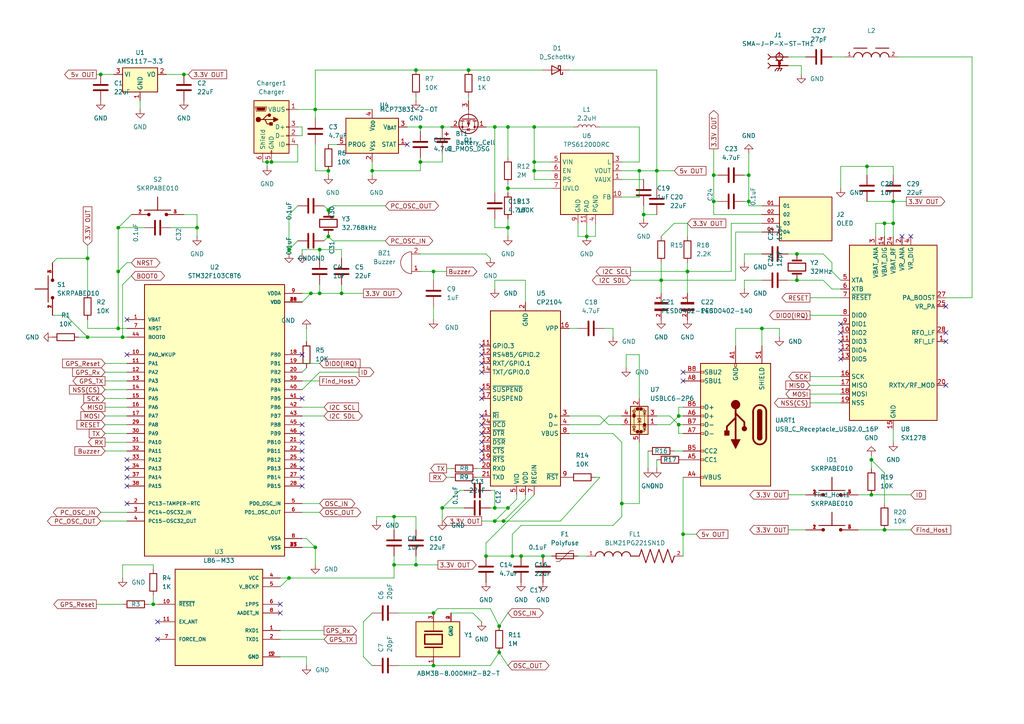
<source format=kicad_sch>
(kicad_sch (version 20250114) (generator "eeschema") (generator_version "9.0")
  (paper "A4")
  (junction (at 128.27 36.83))
  (junction (at 125.73 193.04))
  (junction (at 90.17 85.09))
  (junction (at 151.13 161.29))
  (junction (at 91.44 31.75))
  (junction (at 207.01 58.42))
  (junction (at 25.4 74.93))
  (junction (at 217.17 50.8))
  (junction (at 259.08 64.77))
  (junction (at 185.42 49.53))
  (junction (at 148.59 161.29))
  (junction (at 34.29 66.04))
  (junction (at 186.69 62.23))
  (junction (at 92.71 72.39))
  (junction (at 146.05 151.13))
  (junction (at 125.73 78.74))
  (junction (at 144.78 189.23))
  (junction (at 44.45 175.26))
  (junction (at 107.95 49.53))
  (junction (at 256.54 64.77))
  (junction (at 147.32 66.04))
  (junction (at 231.14 81.28))
  (junction (at 196.85 123.19))
  (junction (at 25.4 97.79))
  (junction (at 128.27 147.32))
  (junction (at 220.98 95.25))
  (junction (at 34.29 78.74))
  (junction (at 198.12 154.94))
  (junction (at 78.74 46.99))
  (junction (at 120.65 163.83))
  (junction (at 199.39 78.74))
  (junction (at 95.25 49.53))
  (junction (at 114.3 149.86))
  (junction (at 143.51 147.32))
  (junction (at 95.25 68.58))
  (junction (at 147.32 36.83))
  (junction (at 207.01 50.8))
  (junction (at 259.08 58.42))
  (junction (at 135.89 20.32))
  (junction (at 144.78 181.61))
  (junction (at 57.15 66.04))
  (junction (at 34.29 95.25))
  (junction (at 157.48 161.29))
  (junction (at 121.92 46.99))
  (junction (at 180.34 146.05))
  (junction (at 154.94 36.83))
  (junction (at 77.47 46.99))
  (junction (at 191.77 81.28))
  (junction (at 154.94 49.53))
  (junction (at 251.46 48.26))
  (junction (at 231.14 73.66))
  (junction (at 256.54 153.67))
  (junction (at 35.56 97.79))
  (junction (at 170.18 68.58))
  (junction (at 154.94 46.99))
  (junction (at 121.92 36.83))
  (junction (at 114.3 163.83))
  (junction (at 196.85 120.65))
  (junction (at 125.73 177.8))
  (junction (at 91.44 158.75))
  (junction (at 143.51 36.83))
  (junction (at 140.97 161.29))
  (junction (at 83.82 72.39))
  (junction (at 252.73 133.35))
  (junction (at 252.73 143.51))
  (junction (at 143.51 151.13))
  (junction (at 147.32 54.61))
  (junction (at 217.17 58.42))
  (junction (at 147.32 147.32))
  (junction (at 99.06 85.09))
  (junction (at 120.65 20.32))
  (junction (at 53.34 21.59))
  (junction (at 92.71 85.09))
  (junction (at 83.82 167.64))
  (junction (at 29.21 21.59))
  (junction (at 190.5 49.53))
  (junction (at 95.25 60.96))
  (no_connect (at 87.63 138.43))
  (no_connect (at 87.63 140.97))
  (no_connect (at 87.63 115.57))
  (no_connect (at 87.63 133.35))
  (no_connect (at 139.7 107.95))
  (no_connect (at 139.7 128.27))
  (no_connect (at 243.84 101.6))
  (no_connect (at 139.7 130.81))
  (no_connect (at 87.63 123.19))
  (no_connect (at 87.63 128.27))
  (no_connect (at 243.84 99.06))
  (no_connect (at 198.12 107.95))
  (no_connect (at 139.7 133.35))
  (no_connect (at 274.32 99.06))
  (no_connect (at 87.63 135.89))
  (no_connect (at 118.11 41.91))
  (no_connect (at 36.83 102.87))
  (no_connect (at 139.7 105.41))
  (no_connect (at 36.83 140.97))
  (no_connect (at 261.62 68.58))
  (no_connect (at 139.7 125.73))
  (no_connect (at 36.83 92.71))
  (no_connect (at 87.63 102.87))
  (no_connect (at 198.12 110.49))
  (no_connect (at 243.84 104.14))
  (no_connect (at 264.16 68.58))
  (no_connect (at 81.28 175.26))
  (no_connect (at 274.32 111.76))
  (no_connect (at 139.7 113.03))
  (no_connect (at 139.7 100.33))
  (no_connect (at 36.83 135.89))
  (no_connect (at 36.83 138.43))
  (no_connect (at 139.7 120.65))
  (no_connect (at 36.83 133.35))
  (no_connect (at 87.63 125.73))
  (no_connect (at 243.84 96.52))
  (no_connect (at 87.63 130.81))
  (no_connect (at 274.32 88.9))
  (no_connect (at 81.28 177.8))
  (no_connect (at 274.32 96.52))
  (no_connect (at 139.7 115.57))
  (no_connect (at 139.7 102.87))
  (no_connect (at 36.83 146.05))
  (no_connect (at 45.72 180.34))
  (no_connect (at 139.7 123.19))
  (no_connect (at 45.72 185.42))
  (no_connect (at 243.84 93.98))
  (wire (pts (xy 186.69 62.23) (xy 186.69 63.5)))
  (wire (pts (xy 207.01 50.8) (xy 208.28 50.8)))
  (wire (pts (xy 196.85 118.11) (xy 196.85 120.65)))
  (wire (pts (xy 87.63 110.49) (xy 92.71 110.49)))
  (wire (pts (xy 87.63 39.37) (xy 86.36 39.37)))
  (wire (pts (xy 191.77 76.2) (xy 191.77 81.28)))
  (wire (pts (xy 147.32 66.04) (xy 147.32 68.58)))
  (wire (pts (xy 88.9 193.04) (xy 88.9 190.5)))
  (wire (pts (xy 234.95 91.44) (xy 243.84 91.44)))
  (wire (pts (xy 226.06 97.79) (xy 226.06 95.25)))
  (wire (pts (xy 35.56 82.55) (xy 38.1 80.01)))
  (wire (pts (xy 199.39 76.2) (xy 199.39 78.74)))
  (wire (pts (xy 92.71 72.39) (xy 92.71 74.93)))
  (wire (pts (xy 228.6 153.67) (xy 233.68 153.67)))
  (wire (pts (xy 256.54 153.67) (xy 264.16 153.67)))
  (wire (pts (xy 190.5 49.53) (xy 195.58 49.53)))
  (wire (pts (xy 120.65 149.86) (xy 120.65 153.67)))
  (wire (pts (xy 43.18 175.26) (xy 44.45 175.26)))
  (wire (pts (xy 167.64 64.77) (xy 167.64 68.58)))
  (wire (pts (xy 154.94 46.99) (xy 154.94 49.53)))
  (wire (pts (xy 81.28 167.64) (xy 83.82 167.64)))
  (wire (pts (xy 213.36 67.31) (xy 220.98 67.31)))
  (wire (pts (xy 182.88 81.28) (xy 191.77 81.28)))
  (wire (pts (xy 142.24 176.53) (xy 144.78 181.61)))
  (wire (pts (xy 140.97 36.83) (xy 143.51 36.83)))
  (wire (pts (xy 25.4 71.12) (xy 25.4 74.93)))
  (wire (pts (xy 95.25 60.96) (xy 96.52 59.69)))
  (wire (pts (xy 34.29 66.04) (xy 41.91 66.04)))
  (wire (pts (xy 143.51 66.04) (xy 147.32 66.04)))
  (wire (pts (xy 91.44 41.91) (xy 91.44 49.53)))
  (wire (pts (xy 35.56 163.83) (xy 44.45 163.83)))
  (wire (pts (xy 90.17 85.09) (xy 92.71 85.09)))
  (wire (pts (xy 30.48 115.57) (xy 36.83 115.57)))
  (wire (pts (xy 90.17 85.09) (xy 87.63 87.63)))
  (wire (pts (xy 172.72 64.77) (xy 172.72 68.58)))
  (wire (pts (xy 190.5 133.35) (xy 190.5 135.89)))
  (wire (pts (xy 274.32 86.36) (xy 281.94 86.36)))
  (wire (pts (xy 217.17 50.8) (xy 217.17 58.42)))
  (wire (pts (xy 215.9 73.66) (xy 220.98 73.66)))
  (wire (pts (xy 241.3 16.51) (xy 245.11 16.51)))
  (wire (pts (xy 234.95 86.36) (xy 243.84 86.36)))
  (wire (pts (xy 241.3 76.2) (xy 241.3 78.74)))
  (wire (pts (xy 95.25 50.8) (xy 95.25 49.53)))
  (wire (pts (xy 83.82 72.39) (xy 86.36 69.85)))
  (wire (pts (xy 120.65 29.21) (xy 120.65 27.94)))
  (wire (pts (xy 86.36 36.83) (xy 87.63 36.83)))
  (wire (pts (xy 185.42 102.87) (xy 185.42 115.57)))
  (wire (pts (xy 143.51 81.28) (xy 152.4 81.28)))
  (wire (pts (xy 121.92 36.83) (xy 128.27 36.83)))
  (wire (pts (xy 36.83 76.2) (xy 34.29 78.74)))
  (wire (pts (xy 30.48 107.95) (xy 36.83 107.95)))
  (wire (pts (xy 140.97 161.29) (xy 140.97 157.48)))
  (wire (pts (xy 88.9 156.21) (xy 91.44 158.75)))
  (wire (pts (xy 88.9 106.68) (xy 87.63 107.95)))
  (wire (pts (xy 196.85 120.65) (xy 198.12 120.65)))
  (wire (pts (xy 190.5 62.23) (xy 186.69 62.23)))
  (wire (pts (xy 198.12 154.94) (xy 198.12 161.29)))
  (wire (pts (xy 27.94 21.59) (xy 29.21 21.59)))
  (wire (pts (xy 114.3 163.83) (xy 120.65 163.83)))
  (wire (pts (xy 87.63 118.11) (xy 93.98 118.11)))
  (wire (pts (xy 259.08 48.26) (xy 259.08 50.8)))
  (wire (pts (xy 22.86 97.79) (xy 25.4 97.79)))
  (wire (pts (xy 35.56 97.79) (xy 36.83 97.79)))
  (wire (pts (xy 107.95 193.04) (xy 105.41 190.5)))
  (wire (pts (xy 143.51 63.5) (xy 143.51 66.04)))
  (wire (pts (xy 128.27 46.99) (xy 121.92 46.99)))
  (wire (pts (xy 40.64 31.75) (xy 40.64 29.21)))
  (wire (pts (xy 160.02 46.99) (xy 154.94 46.99)))
  (wire (pts (xy 30.48 123.19) (xy 36.83 123.19)))
  (wire (pts (xy 120.65 161.29) (xy 120.65 163.83)))
  (wire (pts (xy 199.39 78.74) (xy 199.39 85.09)))
  (wire (pts (xy 248.92 153.67) (xy 256.54 153.67)))
  (wire (pts (xy 147.32 147.32) (xy 149.86 144.78)))
  (wire (pts (xy 109.22 149.86) (xy 114.3 149.86)))
  (wire (pts (xy 87.63 36.83) (xy 87.63 39.37)))
  (wire (pts (xy 165.1 95.25) (xy 167.64 95.25)))
  (wire (pts (xy 34.29 66.04) (xy 38.1 62.23)))
  (wire (pts (xy 190.5 123.19) (xy 194.31 123.19)))
  (wire (pts (xy 15.24 91.44) (xy 19.05 91.44)))
  (wire (pts (xy 215.9 81.28) (xy 220.98 81.28)))
  (wire (pts (xy 152.4 81.28) (xy 152.4 87.63)))
  (wire (pts (xy 16.51 74.93) (xy 25.4 74.93)))
  (wire (pts (xy 207.01 50.8) (xy 207.01 58.42)))
  (wire (pts (xy 87.63 120.65) (xy 93.98 120.65)))
  (wire (pts (xy 232.41 19.05) (xy 228.6 19.05)))
  (wire (pts (xy 25.4 95.25) (xy 34.29 95.25)))
  (wire (pts (xy 256.54 64.77) (xy 259.08 64.77)))
  (wire (pts (xy 93.98 59.69) (xy 95.25 60.96)))
  (wire (pts (xy 125.73 193.04) (xy 142.24 193.04)))
  (wire (pts (xy 87.63 146.05) (xy 92.71 146.05)))
  (wire (pts (xy 137.16 177.8) (xy 139.7 180.34)))
  (wire (pts (xy 91.44 49.53) (xy 95.25 49.53)))
  (wire (pts (xy 142.24 147.32) (xy 143.51 147.32)))
  (wire (pts (xy 107.95 46.99) (xy 107.95 49.53)))
  (wire (pts (xy 99.06 72.39) (xy 99.06 74.93)))
  (wire (pts (xy 120.65 163.83) (xy 127 163.83)))
  (wire (pts (xy 44.45 163.83) (xy 44.45 165.1)))
  (wire (pts (xy 217.17 58.42) (xy 217.17 59.69)))
  (wire (pts (xy 87.63 105.41) (xy 92.71 105.41)))
  (wire (pts (xy 125.73 78.74) (xy 129.54 78.74)))
  (wire (pts (xy 185.42 46.99) (xy 185.42 36.83)))
  (wire (pts (xy 143.51 36.83) (xy 147.32 36.83)))
  (wire (pts (xy 135.89 27.94) (xy 135.89 29.21)))
  (wire (pts (xy 231.14 73.66) (xy 238.76 73.66)))
  (wire (pts (xy 234.95 109.22) (xy 243.84 109.22)))
  (wire (pts (xy 180.34 146.05) (xy 185.42 146.05)))
  (wire (pts (xy 259.08 124.46) (xy 259.08 128.27)))
  (wire (pts (xy 148.59 161.29) (xy 151.13 161.29)))
  (wire (pts (xy 143.51 36.83) (xy 143.51 55.88)))
  (wire (pts (xy 30.48 110.49) (xy 36.83 110.49)))
  (wire (pts (xy 181.61 106.68) (xy 181.61 102.87)))
  (wire (pts (xy 147.32 63.5) (xy 147.32 66.04)))
  (wire (pts (xy 165.1 20.32) (xy 190.5 20.32)))
  (wire (pts (xy 99.06 72.39) (xy 92.71 72.39)))
  (wire (pts (xy 128.27 44.45) (xy 128.27 46.99)))
  (wire (pts (xy 34.29 95.25) (xy 36.83 95.25)))
  (wire (pts (xy 148.59 161.29) (xy 148.59 154.94)))
  (wire (pts (xy 88.9 190.5) (xy 81.28 190.5)))
  (wire (pts (xy 118.11 36.83) (xy 121.92 36.83)))
  (wire (pts (xy 228.6 81.28) (xy 231.14 81.28)))
  (wire (pts (xy 212.09 64.77) (xy 220.98 64.77)))
  (wire (pts (xy 160.02 54.61) (xy 147.32 54.61)))
  (wire (pts (xy 83.82 72.39) (xy 83.82 62.23)))
  (wire (pts (xy 87.63 73.66) (xy 87.63 72.39)))
  (wire (pts (xy 217.17 59.69) (xy 220.98 59.69)))
  (wire (pts (xy 105.41 180.34) (xy 107.95 177.8)))
  (wire (pts (xy 25.4 92.71) (xy 25.4 95.25)))
  (wire (pts (xy 195.58 130.81) (xy 198.12 130.81)))
  (wire (pts (xy 127 176.53) (xy 125.73 177.8)))
  (wire (pts (xy 196.85 123.19) (xy 194.31 120.65)))
  (wire (pts (xy 91.44 163.83) (xy 91.44 158.75)))
  (wire (pts (xy 143.51 151.13) (xy 146.05 151.13)))
  (wire (pts (xy 147.32 177.8) (xy 144.78 181.61)))
  (wire (pts (xy 148.59 154.94) (xy 151.13 152.4)))
  (wire (pts (xy 107.95 49.53) (xy 121.92 49.53)))
  (wire (pts (xy 180.34 57.15) (xy 185.42 57.15)))
  (wire (pts (xy 91.44 20.32) (xy 91.44 31.75)))
  (wire (pts (xy 30.48 120.65) (xy 36.83 120.65)))
  (wire (pts (xy 147.32 45.72) (xy 147.32 36.83)))
  (wire (pts (xy 191.77 81.28) (xy 191.77 85.09)))
  (wire (pts (xy 187.96 130.81) (xy 187.96 135.89)))
  (wire (pts (xy 93.98 69.85) (xy 95.25 68.58)))
  (wire (pts (xy 35.56 175.26) (xy 27.94 175.26)))
  (wire (pts (xy 190.5 54.61) (xy 190.5 49.53)))
  (wire (pts (xy 91.44 31.75) (xy 91.44 34.29)))
  (wire (pts (xy 77.47 46.99) (xy 77.47 48.26)))
  (wire (pts (xy 154.94 36.83) (xy 166.37 36.83)))
  (wire (pts (xy 228.6 73.66) (xy 231.14 73.66)))
  (wire (pts (xy 165.1 120.65) (xy 173.99 120.65)))
  (wire (pts (xy 198.12 138.43) (xy 198.12 154.94)))
  (wire (pts (xy 34.29 66.04) (xy 34.29 78.74)))
  (wire (pts (xy 185.42 128.27) (xy 185.42 146.05)))
  (wire (pts (xy 143.51 142.24) (xy 143.51 147.32)))
  (wire (pts (xy 186.69 59.69) (xy 186.69 62.23)))
  (wire (pts (xy 260.35 16.51) (xy 281.94 16.51)))
  (wire (pts (xy 234.95 111.76) (xy 243.84 111.76)))
  (wire (pts (xy 49.53 66.04) (xy 57.15 66.04)))
  (wire (pts (xy 252.73 133.35) (xy 252.73 135.89)))
  (wire (pts (xy 83.82 167.64) (xy 114.3 167.64)))
  (wire (pts (xy 92.71 107.95) (xy 87.63 113.03)))
  (wire (pts (xy 143.51 83.82) (xy 143.51 81.28)))
  (wire (pts (xy 162.56 151.13) (xy 173.99 138.43)))
  (wire (pts (xy 96.52 69.85) (xy 111.76 69.85)))
  (wire (pts (xy 154.94 49.53) (xy 154.94 52.07)))
  (wire (pts (xy 57.15 62.23) (xy 57.15 66.04)))
  (wire (pts (xy 220.98 95.25) (xy 220.98 100.33)))
  (wire (pts (xy 181.61 102.87) (xy 185.42 102.87)))
  (wire (pts (xy 105.41 180.34) (xy 105.41 190.5)))
  (wire (pts (xy 213.36 81.28) (xy 213.36 67.31)))
  (wire (pts (xy 44.45 172.72) (xy 44.45 175.26)))
  (wire (pts (xy 87.63 158.75) (xy 91.44 158.75)))
  (wire (pts (xy 234.95 114.3) (xy 243.84 114.3)))
  (wire (pts (xy 44.45 175.26) (xy 45.72 175.26)))
  (wire (pts (xy 231.14 81.28) (xy 238.76 81.28)))
  (wire (pts (xy 180.34 128.27) (xy 177.8 125.73)))
  (wire (pts (xy 83.82 167.64) (xy 81.28 170.18)))
  (wire (pts (xy 198.12 154.94) (xy 201.93 154.94)))
  (wire (pts (xy 251.46 48.26) (xy 251.46 50.8)))
  (wire (pts (xy 199.39 64.77) (xy 199.39 68.58)))
  (wire (pts (xy 232.41 19.05) (xy 232.41 21.59)))
  (wire (pts (xy 87.63 148.59) (xy 92.71 148.59)))
  (wire (pts (xy 95.25 41.91) (xy 97.79 41.91)))
  (wire (pts (xy 251.46 58.42) (xy 259.08 58.42)))
  (wire (pts (xy 139.7 151.13) (xy 143.51 151.13)))
  (wire (pts (xy 29.21 21.59) (xy 33.02 21.59)))
  (wire (pts (xy 121.92 36.83) (xy 121.92 38.1)))
  (wire (pts (xy 243.84 48.26) (xy 251.46 48.26)))
  (wire (pts (xy 147.32 54.61) (xy 147.32 53.34)))
  (wire (pts (xy 180.34 49.53) (xy 185.42 49.53)))
  (wire (pts (xy 213.36 95.25) (xy 220.98 95.25)))
  (wire (pts (xy 215.9 58.42) (xy 217.17 58.42)))
  (wire (pts (xy 173.99 123.19) (xy 176.53 120.65)))
  (wire (pts (xy 129.54 138.43) (xy 130.81 138.43)))
  (wire (pts (xy 207.01 58.42) (xy 207.01 62.23)))
  (wire (pts (xy 177.8 95.25) (xy 175.26 95.25)))
  (wire (pts (xy 241.3 83.82) (xy 243.84 83.82)))
  (wire (pts (xy 125.73 78.74) (xy 121.92 78.74)))
  (wire (pts (xy 252.73 132.08) (xy 252.73 133.35)))
  (wire (pts (xy 256.54 64.77) (xy 256.54 68.58)))
  (wire (pts (xy 165.1 125.73) (xy 177.8 125.73)))
  (wire (pts (xy 215.9 76.2) (xy 215.9 73.66)))
  (wire (pts (xy 173.99 120.65) (xy 176.53 123.19)))
  (wire (pts (xy 128.27 36.83) (xy 130.81 36.83)))
  (wire (pts (xy 152.4 144.78) (xy 152.4 143.51)))
  (wire (pts (xy 151.13 161.29) (xy 157.48 161.29)))
  (wire (pts (xy 87.63 85.09) (xy 90.17 85.09)))
  (wire (pts (xy 142.24 193.04) (xy 144.78 189.23)))
  (wire (pts (xy 121.92 46.99) (xy 121.92 49.53)))
  (wire (pts (xy 157.48 161.29) (xy 160.02 161.29)))
  (wire (pts (xy 199.39 78.74) (xy 212.09 78.74)))
  (wire (pts (xy 81.28 182.88) (xy 93.98 182.88)))
  (wire (pts (xy 57.15 62.23) (xy 53.34 62.23)))
  (wire (pts (xy 128.27 147.32) (xy 134.62 147.32)))
  (wire (pts (xy 35.56 97.79) (xy 35.56 82.55)))
  (wire (pts (xy 190.5 20.32) (xy 190.5 49.53)))
  (wire (pts (xy 107.95 31.75) (xy 91.44 31.75)))
  (wire (pts (xy 198.12 123.19) (xy 196.85 123.19)))
  (wire (pts (xy 151.13 152.4) (xy 177.8 152.4)))
  (wire (pts (xy 30.48 113.03) (xy 36.83 113.03)))
  (wire (pts (xy 135.89 20.32) (xy 157.48 20.32)))
  (wire (pts (xy 57.15 66.04) (xy 57.15 68.58)))
  (wire (pts (xy 212.09 78.74) (xy 212.09 64.77)))
  (wire (pts (xy 256.54 137.16) (xy 252.73 133.35)))
  (wire (pts (xy 115.57 177.8) (xy 125.73 177.8)))
  (wire (pts (xy 217.17 44.45) (xy 217.17 50.8)))
  (wire (pts (xy 251.46 48.26) (xy 259.08 48.26)))
  (wire (pts (xy 143.51 151.13) (xy 147.32 147.32)))
  (wire (pts (xy 196.85 123.19) (xy 196.85 125.73)))
  (wire (pts (xy 129.54 135.89) (xy 130.81 135.89)))
  (wire (pts (xy 160.02 49.53) (xy 154.94 49.53)))
  (wire (pts (xy 207.01 62.23) (xy 220.98 62.23)))
  (wire (pts (xy 86.36 31.75) (xy 91.44 31.75)))
  (wire (pts (xy 281.94 16.51) (xy 281.94 86.36)))
  (wire (pts (xy 134.62 142.24) (xy 133.35 142.24)))
  (wire (pts (xy 228.6 16.51) (xy 233.68 16.51)))
  (wire (pts (xy 121.92 73.66) (xy 140.97 73.66)))
  (wire (pts (xy 248.92 143.51) (xy 252.73 143.51)))
  (wire (pts (xy 92.71 82.55) (xy 92.71 85.09)))
  (wire (pts (xy 234.95 116.84) (xy 243.84 116.84)))
  (wire (pts (xy 30.48 125.73) (xy 36.83 125.73)))
  (wire (pts (xy 30.48 118.11) (xy 36.83 118.11)))
  (wire (pts (xy 140.97 161.29) (xy 148.59 161.29)))
  (wire (pts (xy 114.3 161.29) (xy 114.3 163.83)))
  (wire (pts (xy 215.9 50.8) (xy 217.17 50.8)))
  (wire (pts (xy 146.05 151.13) (xy 162.56 151.13)))
  (wire (pts (xy 92.71 85.09) (xy 99.06 85.09)))
  (wire (pts (xy 53.34 21.59) (xy 54.61 21.59)))
  (wire (pts (xy 125.73 88.9) (xy 125.73 92.71)))
  (wire (pts (xy 133.35 142.24) (xy 128.27 147.32)))
  (wire (pts (xy 143.51 142.24) (xy 142.24 142.24)))
  (wire (pts (xy 196.85 120.65) (xy 194.31 123.19)))
  (wire (pts (xy 215.9 83.82) (xy 215.9 81.28)))
  (wire (pts (xy 207.01 43.18) (xy 207.01 50.8)))
  (wire (pts (xy 147.32 193.04) (xy 144.78 189.23)))
  (wire (pts (xy 127 176.53) (xy 142.24 176.53)))
  (wire (pts (xy 120.65 20.32) (xy 135.89 20.32)))
  (wire (pts (xy 180.34 146.05) (xy 180.34 149.86)))
  (wire (pts (xy 165.1 123.19) (xy 173.99 123.19)))
  (wire (pts (xy 138.43 138.43) (xy 139.7 138.43)))
  (wire (pts (xy 99.06 82.55) (xy 99.06 85.09)))
  (wire (pts (xy 114.3 149.86) (xy 114.3 153.67)))
  (wire (pts (xy 140.97 73.66) (xy 142.24 74.93)))
  (wire (pts (xy 185.42 49.53) (xy 190.5 49.53)))
  (wire (pts (xy 76.2 46.99) (xy 77.47 46.99)))
  (wire (pts (xy 107.95 49.53) (xy 107.95 50.8)))
  (wire (pts (xy 114.3 149.86) (xy 120.65 149.86)))
  (wire (pts (xy 259.08 64.77) (xy 259.08 68.58)))
  (wire (pts (xy 176.53 120.65) (xy 180.34 120.65)))
  (wire (pts (xy 78.74 46.99) (xy 77.47 46.99)))
  (wire (pts (xy 185.42 46.99) (xy 180.34 46.99)))
  (wire (pts (xy 228.6 143.51) (xy 233.68 143.51)))
  (wire (pts (xy 199.39 64.77) (xy 195.58 64.77)))
  (wire (pts (xy 241.3 78.74) (xy 243.84 81.28)))
  (wire (pts (xy 25.4 97.79) (xy 35.56 97.79)))
  (wire (pts (xy 96.52 59.69) (xy 111.76 59.69)))
  (wire (pts (xy 154.94 36.83) (xy 154.94 46.99)))
  (wire (pts (xy 19.05 91.44) (xy 25.4 97.79)))
  (wire (pts (xy 252.73 143.51) (xy 264.16 143.51)))
  (wire (pts (xy 238.76 81.28) (xy 241.3 83.82)))
  (wire (pts (xy 147.32 54.61) (xy 147.32 55.88)))
  (wire (pts (xy 99.06 85.09) (xy 105.41 85.09)))
  (wire (pts (xy 29.21 148.59) (xy 36.83 148.59)))
  (wire (pts (xy 128.27 151.13) (xy 128.27 147.32)))
  (wire (pts (xy 83.82 62.23) (xy 86.36 59.69)))
  (wire (pts (xy 120.65 20.32) (xy 91.44 20.32)))
  (wire (pts (xy 259.08 58.42) (xy 262.89 58.42)))
  (wire (pts (xy 172.72 68.58) (xy 170.18 68.58)))
  (wire (pts (xy 86.36 46.99) (xy 78.74 46.99)))
  (wire (pts (xy 182.88 78.74) (xy 199.39 78.74)))
  (wire (pts (xy 149.86 144.78) (xy 149.86 143.51)))
  (wire (pts (xy 34.29 78.74) (xy 34.29 95.25)))
  (wire (pts (xy 87.63 156.21) (xy 88.9 156.21)))
  (wire (pts (xy 30.48 130.81) (xy 36.83 130.81)))
  (wire (pts (xy 86.36 41.91) (xy 86.36 46.99)))
  (wire (pts (xy 180.34 52.07) (xy 186.69 52.07)))
  (wire (pts (xy 115.57 193.04) (xy 125.73 193.04)))
  (wire (pts (xy 88.9 95.25) (xy 88.9 99.06)))
  (wire (pts (xy 226.06 95.25) (xy 220.98 95.25)))
  (wire (pts (xy 30.48 105.41) (xy 36.83 105.41)))
  (wire (pts (xy 104.14 107.95) (xy 92.71 107.95)))
  (wire (pts (xy 256.54 146.05) (xy 256.54 137.16)))
  (wire (pts (xy 87.63 72.39) (xy 92.71 72.39)))
  (wire (pts (xy 176.53 123.19) (xy 180.34 123.19)))
  (wire (pts (xy 254 64.77) (xy 254 68.58)))
  (wire (pts (xy 83.82 73.66) (xy 83.82 72.39)))
  (wire (pts (xy 125.73 81.28) (xy 125.73 78.74)))
  (wire (pts (xy 177.8 97.79) (xy 177.8 95.25)))
  (wire (pts (xy 25.4 74.93) (xy 25.4 85.09)))
  (wire (pts (xy 143.51 147.32) (xy 147.32 147.32)))
  (wire (pts (xy 208.28 58.42) (xy 207.01 58.42)))
  (wire (pts (xy 130.81 177.8) (xy 137.16 177.8)))
  (wire (pts (xy 16.51 74.93) (xy 15.24 76.2)))
  (wire (pts (xy 185.42 57.15) (xy 185.42 49.53)))
  (wire (pts (xy 170.18 64.77) (xy 170.18 68.58)))
  (wire (pts (xy 167.64 68.58) (xy 170.18 68.58)))
  (wire (pts (xy 173.99 138.43) (xy 172.72 138.43)))
  (wire (pts (xy 95.25 68.58) (xy 96.52 69.85)))
  (wire (pts (xy 140.97 157.48) (xy 154.94 143.51)))
  (wire (pts (xy 160.02 52.07) (xy 154.94 52.07)))
  (wire (pts (xy 254 64.77) (xy 256.54 64.77)))
  (wire (pts (xy 177.8 152.4) (xy 180.34 149.86)))
  (wire (pts (xy 48.26 21.59) (xy 53.34 21.59)))
  (wire (pts (xy 147.32 36.83) (xy 154.94 36.83)))
  (wire (pts (xy 238.76 73.66) (xy 241.3 76.2)))
  (wire (pts (xy 114.3 167.64) (xy 114.3 163.83)))
  (wire (pts (xy 109.22 149.86) (xy 109.22 151.13)))
  (wire (pts (xy 38.1 76.2) (xy 36.83 76.2)))
  (wire (pts (xy 213.36 95.25) (xy 213.36 100.33)))
  (wire (pts (xy 138.43 135.89) (xy 139.7 135.89)))
  (wire (pts (xy 121.92 45.72) (xy 121.92 46.99)))
  (wire (pts (xy 29.21 151.13) (xy 36.83 151.13)))
  (wire (pts (xy 35.56 167.64) (xy 35.56 163.83)))
  (wire (pts (xy 81.28 185.42) (xy 93.98 185.42)))
  (wire (pts (xy 196.85 125.73) (xy 198.12 125.73)))
  (wire (pts (xy 146.05 151.13) (xy 152.4 144.78)))
  (wire (pts (xy 259.08 58.42) (xy 259.08 64.77)))
  (wire (pts (xy 243.84 54.61) (xy 243.84 48.26)))
  (wire (pts (xy 185.42 36.83) (xy 173.99 36.83)))
  (wire (pts (xy 180.34 128.27) (xy 180.34 146.05)))
  (wire (pts (xy 191.77 81.28) (xy 213.36 81.28)))
  (wire (pts (xy 196.85 118.11) (xy 198.12 118.11)))
  (wire (pts (xy 30.48 128.27) (xy 36.83 128.27)))
  (wire (pts (xy 195.58 64.77) (xy 191.77 68.58)))
  (wire (pts (xy 167.64 161.29) (xy 170.18 161.29)))
  (wire (pts (xy 190.5 120.65) (xy 194.31 120.65)))
  (global_label "I2C SDL" (shape bidirectional) (at 93.98 120.65 0) (property "Intersheetrefs" "${INTERSHEET_REFS}" (effects (hide yes))))
  (global_label "GPS_TX" (shape input) (at 93.98 185.42 0) (property "Intersheetrefs" "${INTERSHEET_REFS}" (effects (hide yes))))
  (global_label "5v OUT" (shape input) (at 195.58 49.53 0) (property "Intersheetrefs" "${INTERSHEET_REFS}" (effects (hide yes))))
  (global_label "Find_Host" (shape output) (at 92.71 110.49 0) (property "Intersheetrefs" "${INTERSHEET_REFS}" (effects (hide yes))))
  (global_label "SCK" (shape output) (at 234.95 109.22 180) (property "Intersheetrefs" "${INTERSHEET_REFS}" (effects (hide yes))))
  (global_label "BOOT0" (shape bidirectional) (at 38.1 80.01 0) (property "Intersheetrefs" "${INTERSHEET_REFS}" (effects (hide yes))))
  (global_label "GPS_TX" (shape output) (at 30.48 110.49 180) (property "Intersheetrefs" "${INTERSHEET_REFS}" (effects (hide yes))))
  (global_label "5v OUT" (shape output) (at 27.94 21.59 180) (property "Intersheetrefs" "${INTERSHEET_REFS}" (effects (hide yes))))
  (global_label "3.3V OUT" (shape output) (at 139.7 151.13 180) (property "Intersheetrefs" "${INTERSHEET_REFS}" (effects (hide yes))))
  (global_label "3.3V OUT" (shape output) (at 207.01 43.18 90) (property "Intersheetrefs" "${INTERSHEET_REFS}" (effects (hide yes))))
  (global_label "DIO0(IRQ)" (shape input) (at 92.71 105.41 0) (property "Intersheetrefs" "${INTERSHEET_REFS}" (effects (hide yes))))
  (global_label "MOSI" (shape output) (at 234.95 114.3 180) (property "Intersheetrefs" "${INTERSHEET_REFS}" (effects (hide yes))))
  (global_label "GPS_Rx" (shape output) (at 93.98 182.88 0) (property "Intersheetrefs" "${INTERSHEET_REFS}" (effects (hide yes))))
  (global_label "PC_OSC_OUT" (shape bidirectional) (at 111.76 59.69 0) (property "Intersheetrefs" "${INTERSHEET_REFS}" (effects (hide yes))))
  (global_label "3.3V OUT" (shape input) (at 25.4 71.12 90) (property "Intersheetrefs" "${INTERSHEET_REFS}" (effects (hide yes))))
  (global_label "OSC_IN" (shape bidirectional) (at 92.71 146.05 0) (property "Intersheetrefs" "${INTERSHEET_REFS}" (effects (hide yes))))
  (global_label "I2C SCL" (shape input) (at 93.98 118.11 0) (property "Intersheetrefs" "${INTERSHEET_REFS}" (effects (hide yes))))
  (global_label "I2C SDL" (shape bidirectional) (at 182.88 81.28 180) (property "Intersheetrefs" "${INTERSHEET_REFS}" (effects (hide yes))))
  (global_label "PC_OSC_IN" (shape bidirectional) (at 111.76 69.85 0) (property "Intersheetrefs" "${INTERSHEET_REFS}" (effects (hide yes))))
  (global_label "3.3V OUT" (shape output) (at 228.6 153.67 180) (property "Intersheetrefs" "${INTERSHEET_REFS}" (effects (hide yes))))
  (global_label "TX" (shape input) (at 30.48 125.73 180) (property "Intersheetrefs" "${INTERSHEET_REFS}" (effects (hide yes))))
  (global_label "RESET" (shape input) (at 30.48 123.19 180) (property "Intersheetrefs" "${INTERSHEET_REFS}" (effects (hide yes))))
  (global_label "ID" (shape input) (at 264.16 143.51 0) (property "Intersheetrefs" "${INTERSHEET_REFS}" (effects (hide yes))))
  (global_label "3.3V OUT" (shape output) (at 127 163.83 0) (property "Intersheetrefs" "${INTERSHEET_REFS}" (effects (hide yes))))
  (global_label "NRST" (shape bidirectional) (at 38.1 76.2 0) (property "Intersheetrefs" "${INTERSHEET_REFS}" (effects (hide yes))))
  (global_label "3.3V OUT" (shape input) (at 54.61 21.59 0) (property "Intersheetrefs" "${INTERSHEET_REFS}" (effects (hide yes))))
  (global_label "5v OUT" (shape input) (at 201.93 154.94 0) (property "Intersheetrefs" "${INTERSHEET_REFS}" (effects (hide yes))))
  (global_label "OSC_IN" (shape bidirectional) (at 147.32 177.8 0) (property "Intersheetrefs" "${INTERSHEET_REFS}" (effects (hide yes))))
  (global_label "RX" (shape output) (at 30.48 128.27 180) (property "Intersheetrefs" "${INTERSHEET_REFS}" (effects (hide yes))))
  (global_label "Buzzer" (shape output) (at 129.54 78.74 0) (property "Intersheetrefs" "${INTERSHEET_REFS}" (effects (hide yes))))
  (global_label "OSC_OUT" (shape bidirectional) (at 92.71 148.59 0) (property "Intersheetrefs" "${INTERSHEET_REFS}" (effects (hide yes))))
  (global_label "Find_Host" (shape input) (at 264.16 153.67 0) (property "Intersheetrefs" "${INTERSHEET_REFS}" (effects (hide yes))))
  (global_label "SCK" (shape input) (at 30.48 115.57 180) (property "Intersheetrefs" "${INTERSHEET_REFS}" (effects (hide yes))))
  (global_label "I2C SCL" (shape output) (at 182.88 78.74 180) (property "Intersheetrefs" "${INTERSHEET_REFS}" (effects (hide yes))))
  (global_label "PC_OSC_OUT" (shape bidirectional) (at 29.21 151.13 180) (property "Intersheetrefs" "${INTERSHEET_REFS}" (effects (hide yes))))
  (global_label "ID" (shape output) (at 104.14 107.95 0) (property "Intersheetrefs" "${INTERSHEET_REFS}" (effects (hide yes))))
  (global_label "MOSI" (shape input) (at 30.48 120.65 180) (property "Intersheetrefs" "${INTERSHEET_REFS}" (effects (hide yes))))
  (global_label "GPS_Reset" (shape input) (at 30.48 105.41 180) (property "Intersheetrefs" "${INTERSHEET_REFS}" (effects (hide yes))))
  (global_label "MISO" (shape input) (at 234.95 111.76 180) (property "Intersheetrefs" "${INTERSHEET_REFS}" (effects (hide yes))))
  (global_label "3.3V OUT" (shape input) (at 199.39 64.77 0) (property "Intersheetrefs" "${INTERSHEET_REFS}" (effects (hide yes))))
  (global_label "GPS_Reset" (shape output) (at 27.94 175.26 180) (property "Intersheetrefs" "${INTERSHEET_REFS}" (effects (hide yes))))
  (global_label "OSC_OUT" (shape bidirectional) (at 147.32 193.04 0) (property "Intersheetrefs" "${INTERSHEET_REFS}" (effects (hide yes))))
  (global_label "Buzzer" (shape input) (at 30.48 130.81 180) (property "Intersheetrefs" "${INTERSHEET_REFS}" (effects (hide yes))))
  (global_label "3.3V OUT" (shape output) (at 228.6 143.51 180) (property "Intersheetrefs" "${INTERSHEET_REFS}" (effects (hide yes))))
  (global_label "TX" (shape output) (at 129.54 135.89 180) (property "Intersheetrefs" "${INTERSHEET_REFS}" (effects (hide yes))))
  (global_label "DIO0(IRQ)" (shape output) (at 234.95 91.44 180) (property "Intersheetrefs" "${INTERSHEET_REFS}" (effects (hide yes))))
  (global_label "NSS(CS)" (shape input) (at 30.48 113.03 180) (property "Intersheetrefs" "${INTERSHEET_REFS}" (effects (hide yes))))
  (global_label "RX" (shape input) (at 129.54 138.43 180) (property "Intersheetrefs" "${INTERSHEET_REFS}" (effects (hide yes))))
  (global_label "GPS_Rx" (shape input) (at 30.48 107.95 180) (property "Intersheetrefs" "${INTERSHEET_REFS}" (effects (hide yes))))
  (global_label "MISO" (shape output) (at 30.48 118.11 180) (property "Intersheetrefs" "${INTERSHEET_REFS}" (effects (hide yes))))
  (global_label "3.3V OUT" (shape output) (at 262.89 58.42 0) (property "Intersheetrefs" "${INTERSHEET_REFS}" (effects (hide yes))))
  (global_label "RESET" (shape output) (at 234.95 86.36 180) (property "Intersheetrefs" "${INTERSHEET_REFS}" (effects (hide yes))))
  (global_label "NSS(CS)" (shape output) (at 234.95 116.84 180) (property "Intersheetrefs" "${INTERSHEET_REFS}" (effects (hide yes))))
  (global_label "PC_OSC_IN" (shape bidirectional) (at 29.21 148.59 180) (property "Intersheetrefs" "${INTERSHEET_REFS}" (effects (hide yes))))
  (global_label "3.3V OUT" (shape output) (at 105.41 85.09 0) (property "Intersheetrefs" "${INTERSHEET_REFS}" (effects (hide yes))))
  (symbol (lib_id "Device:R") (at 19.05 97.79 90) (unit 1)
    (property "Reference" "R1" (at 19.05 91.44 90))
    (property "Value" "10K" (at 19.05 93.98 90))
    (property "Footprint" "Resistor_SMD:R_0603_1608Metric" (effects (hide yes)))
    (property "Description" "Resistor" (effects (hide yes)))
  )
  (symbol (lib_id "power:GND") (at 151.13 168.91 0) (unit 1)
    (property "Reference" "#PWR023" (effects (hide yes)))
    (property "Value" "GND" (at 151.13 173.99 0))
    (property "Description" "Power symbol creates a global label with name \"GND\" , ground" (effects (hide yes)))
  )
  (symbol (lib_id "power:GND") (at 77.47 48.26 0) (unit 1)
    (property "Reference" "#PWR07" (effects (hide yes)))
    (property "Value" "GND" (at 77.47 53.34 0))
    (property "Description" "Power symbol creates a global label with name \"GND\" , ground" (effects (hide yes)))
  )
  (symbol (lib_id "Device:C") (at 90.17 59.69 270) (unit 1)
    (property "Reference" "C30" (at 96.266 59.69 0) (effects (justify left)))
    (property "Value" "0.1uF" (at 83.82 58.42 0) (effects (justify left)))
    (property "Footprint" "Capacitor_SMD:C_0603_1608Metric" (effects (hide yes)))
    (property "Description" "Unpolarized capacitor" (effects (hide yes)))
  )
  (symbol (lib_id "Device:R") (at 191.77 130.81 90) (unit 1)
    (property "Reference" "R16" (at 191.77 130.81 90))
    (property "Value" "5.1K" (effects (hide yes)))
    (property "Footprint" "Resistor_SMD:R_0402_1005Metric" (effects (hide yes)))
    (property "Description" "Resistor" (effects (hide yes)))
  )
  (symbol (lib_id "power:GND") (at 83.82 73.66 0) (unit 1)
    (property "Reference" "#PWR041" (effects (hide yes)))
    (property "Value" "GND" (at 86.36 74.9299 0) (effects (justify left)))
    (property "Description" "Power symbol creates a global label with name \"GND\" , ground" (effects (hide yes)))
  )
  (symbol (lib_id "SKRPABE010:SKRPABE010") (at 241.3 153.67 0) (unit 1)
    (property "Reference" "Find_Host1" (at 241.3 143.51 0))
    (property "Value" "SKRPABE010" (at 241.3 146.05 0))
    (property "Footprint" "Diode_SMD:SW_SKRPABE010" (effects (hide yes)))
    (property "MF" "ALPS" (effects (hide yes)))
    (property "MAXIMUM_PACKAGE_HEIGHT" "2.5 mm" (effects (hide yes)))
    (property "Package" "None" (effects (hide yes)))
    (property "Price" "None" (effects (hide yes)))
    (property "Check_prices" "https://www.snapeda.com/parts/SKRPABE010/ALPS/view-part/?ref=eda" (effects (hide yes)))
    (property "STANDARD" "Manufacturer Recommendations" (effects (hide yes)))
    (property "SnapEDA_Link" "https://www.snapeda.com/parts/SKRPABE010/ALPS/view-part/?ref=snap" (effects (hide yes)))
    (property "MP" "SKRPABE010" (effects (hide yes)))
    (property "Description_1" "Switch Tactile N.O. SPST Button J-Bend 0.05A 16VDC 1.57N SMD Automotive T/R" (effects (hide yes)))
    (property "Availability" "In Stock" (effects (hide yes)))
    (property "MANUFACTURER" "Alps" (effects (hide yes)))
  )
  (symbol (lib_id "Device:C") (at 138.43 142.24 270) (unit 1)
    (property "Reference" "C12" (at 144.526 142.24 0) (effects (justify left)))
    (property "Value" "0.1uF" (at 132.08 140.97 0) (effects (justify left)))
    (property "Footprint" "Capacitor_SMD:C_0603_1608Metric" (effects (hide yes)))
    (property "Description" "Unpolarized capacitor" (effects (hide yes)))
  )
  (symbol (lib_id "WE-TPC_2811:WE-TPC_2811") (at 252.73 16.51 0) (unit 1)
    (property "Reference" "L2" (at 252.73 8.89 0))
    (property "Value" "WE-TPC_2811" (effects (hide yes)))
    (property "Footprint" "WE-TPC_2811:WE-TPC_2811" (effects (hide yes)))
    (property "DigiKey_Part_Number" "732-3694-2-ND" (effects (hide yes)))
    (property "SnapEDA_Link" "https://www.snapeda.com/parts/744028000056/W%25C3%25BCrth+Elektronik+Midcom/view-part/?ref=snap" (effects (hide yes)))
    (property "Description_1" "WE-TPC Series; Shielded Wire-wound SMD Inductor with Ferrite Core, 56 nH | Wurth Electronics 744028000056" (effects (hide yes)))
    (property "MF" "Würth Elektronik" (effects (hide yes)))
    (property "Package" "Nonstandard Wurth Electronics" (effects (hide yes)))
    (property "Check_prices" "https://www.snapeda.com/parts/744028000056/W%25C3%25BCrth+Elektronik+Midcom/view-part/?ref=eda" (effects (hide yes)))
    (property "MP" "744028000056" (effects (hide yes)))
  )
  (symbol (lib_id "power:GND") (at 143.51 83.82 0) (unit 1)
    (property "Reference" "#PWR021" (effects (hide yes)))
    (property "Value" "GND" (at 146.05 85.0899 0) (effects (justify left)))
    (property "Description" "Power symbol creates a global label with name \"GND\" , ground" (effects (hide yes)))
  )
  (symbol (lib_id "power:GND") (at 142.24 74.93 0) (unit 1)
    (property "Reference" "#PWR018" (effects (hide yes)))
    (property "Value" "GND" (at 142.24 80.01 0))
    (property "Description" "Power symbol creates a global label with name \"GND\" , ground" (effects (hide yes)))
  )
  (symbol (lib_id "Device:C") (at 143.51 59.69 0) (unit 1)
    (property "Reference" "C15" (at 147.32 58.4199 0) (effects (justify left)))
    (property "Value" "4.7uF" (at 147.32 60.9599 0) (effects (justify left)))
    (property "Footprint" "Capacitor_SMD:C_0603_1608Metric" (effects (hide yes)))
    (property "Description" "Unpolarized capacitor" (effects (hide yes)))
  )
  (symbol (lib_id "power:GND") (at 187.96 135.89 0) (unit 1)
    (property "Reference" "#PWR029" (effects (hide yes)))
    (property "Value" "GND" (at 187.96 140.97 0))
    (property "Description" "Power symbol creates a global label with name \"GND\" , ground" (effects (hide yes)))
  )
  (symbol (lib_id "Device:R") (at 88.9 102.87 0) (unit 1)
    (property "Reference" "R5" (at 91.44 101.5999 0) (effects (justify left)))
    (property "Value" "10K" (at 91.44 104.1399 0) (effects (justify left)))
    (property "Footprint" "Resistor_SMD:R_0603_1608Metric" (effects (hide yes)))
    (property "Description" "Resistor" (effects (hide yes)))
  )
  (symbol (lib_id "BLM21PG221SN1D:BLM21PG221SN1D") (at 185.42 161.29 0) (unit 1)
    (property "Reference" "FL1" (at 184.15 154.94 0))
    (property "Value" "BLM21PG221SN1D" (at 184.15 157.48 0))
    (property "Footprint" "BLM21PG221SN1D:BEADC2012X105N" (effects (hide yes)))
    (property "MF" "Murata" (effects (hide yes)))
    (property "Description_1" "220 Ohms @ 100 MHz 1 Power Line Ferrite Bead 0805 (2012 Metric) 2A 45mOhm" (effects (hide yes)))
    (property "Package" "2012 Murata" (effects (hide yes)))
    (property "Price" "None" (effects (hide yes)))
    (property "SnapEDA_Link" "https://www.snapeda.com/parts/BLM21PG221SN1D/Murata/view-part/?ref=snap" (effects (hide yes)))
    (property "MP" "BLM21PG221SN1D" (effects (hide yes)))
    (property "Availability" "In Stock" (effects (hide yes)))
    (property "Check_prices" "https://www.snapeda.com/parts/BLM21PG221SN1D/Murata/view-part/?ref=eda" (effects (hide yes)))
  )
  (symbol (lib_id "Device:C") (at 45.72 66.04 270) (unit 1)
    (property "Reference" "C32" (at 51.816 66.04 0) (effects (justify left)))
    (property "Value" "0.1uF" (at 39.37 64.77 0) (effects (justify left)))
    (property "Footprint" "Capacitor_SMD:C_0603_1608Metric" (effects (hide yes)))
    (property "Description" "Unpolarized capacitor" (effects (hide yes)))
  )
  (symbol (lib_id "power:GND") (at 87.63 73.66 0) (unit 1)
    (property "Reference" "#PWR08" (effects (hide yes)))
    (property "Value" "GND" (at 90.17 74.9299 0) (effects (justify left)))
    (property "Description" "Power symbol creates a global label with name \"GND\" , ground" (effects (hide yes)))
  )
  (symbol (lib_id "Device:C") (at 99.06 78.74 0) (unit 1)
    (property "Reference" "C5" (at 102.87 77.4699 0) (effects (justify left)))
    (property "Value" "22uF" (at 102.87 80.0099 0) (effects (justify left)))
    (property "Footprint" "Capacitor_SMD:C_0805_2012Metric" (effects (hide yes)))
    (property "Description" "Unpolarized capacitor" (effects (hide yes)))
  )
  (symbol (lib_id "Device:C") (at 212.09 50.8 90) (unit 1)
    (property "Reference" "C23" (at 212.09 43.18 90))
    (property "Value" "4.7uF" (at 212.09 45.72 90))
    (property "Footprint" "Capacitor_SMD:C_0603_1608Metric" (effects (hide yes)))
    (property "Description" "Unpolarized capacitor" (effects (hide yes)))
  )
  (symbol (lib_id "RF:SX1278") (at 259.08 96.52 0) (unit 1)
    (property "Reference" "U8" (at 261.2233 124.46 0) (effects (justify left)))
    (property "Value" "SX1278" (at 261.2233 127 0) (effects (justify left)))
    (property "Footprint" "Package_DFN_QFN:QFN-28-1EP_6x6mm_P0.65mm_EP4.8x4.8mm" (effects (hide yes)))
    (property "Datasheet" "https://semtech.my.salesforce.com/sfc/p/#E0000000JelG/a/2R0000001Rbr/6EfVZUorrpoKFfvaF_Fkpgp5kzjiNyiAbqcpqh9qSjE" (effects (hide yes)))
    (property "Description" "137 MHz to 525 MHz Low Power Long Range Transceiver, spreading factor from 6 to 12, LoRA, QFN-28" (effects (hide yes)))
  )
  (symbol (lib_id "power:GND") (at 139.7 180.34 0) (unit 1)
    (property "Reference" "#PWR019" (effects (hide yes)))
    (property "Value" "GND" (at 139.7 185.42 0))
    (property "Description" "Power symbol creates a global label with name \"GND\" , ground" (effects (hide yes)))
  )
  (symbol (lib_id "Regulator_Linear:AMS1117-3.3") (at 40.64 21.59 0) (unit 1)
    (property "Reference" "U1" (at 40.64 15.24 0))
    (property "Value" "AMS1117-3.3" (at 40.64 17.78 0))
    (property "Footprint" "Package_TO_SOT_SMD:SOT-223-3_TabPin2" (effects (hide yes)))
    (property "Datasheet" "http://www.advanced-monolithic.com/pdf/ds1117.pdf" (effects (hide yes)))
    (property "Description" "1A Low Dropout regulator, positive, 3.3V fixed output, SOT-223" (effects (hide yes)))
  )
  (symbol (lib_id "Device:R") (at 147.32 49.53 0) (unit 1)
    (property "Reference" "R12" (at 149.86 48.2599 0) (effects (justify left)))
    (property "Value" "2M" (at 149.86 50.7999 0) (effects (justify left)))
    (property "Footprint" "Resistor_SMD:R_1210_3225Metric" (effects (hide yes)))
    (property "Description" "Resistor" (effects (hide yes)))
  )
  (symbol (lib_id "Device:C") (at 224.79 81.28 90) (unit 1)
    (property "Reference" "C26" (at 223.5199 77.47 0) (effects (justify left)))
    (property "Value" "12pF" (at 226.0599 77.47 0) (effects (justify left)))
    (property "Footprint" "Capacitor_SMD:C_0402_1005Metric" (effects (hide yes)))
    (property "Description" "Unpolarized capacitor" (effects (hide yes)))
  )
  (symbol (lib_id "power:GND") (at 120.65 29.21 0) (unit 1)
    (property "Reference" "#PWR016" (effects (hide yes)))
    (property "Value" "GND" (at 120.65 34.29 0))
    (property "Description" "Power symbol creates a global label with name \"GND\" , ground" (effects (hide yes)))
  )
  (symbol (lib_id "Device:R") (at 39.37 175.26 90) (unit 1)
    (property "Reference" "R3" (at 39.37 175.26 90))
    (property "Value" "100R" (effects (hide yes)))
    (property "Footprint" "Resistor_SMD:R_0402_1005Metric" (effects (hide yes)))
    (property "Description" "Resistor" (effects (hide yes)))
  )
  (symbol (lib_id "power:GND") (at 53.34 29.21 0) (unit 1)
    (property "Reference" "#PWR05" (effects (hide yes)))
    (property "Value" "GND" (at 53.34 34.29 0))
    (property "Description" "Power symbol creates a global label with name \"GND\" , ground" (effects (hide yes)))
  )
  (symbol (lib_id "Device:C") (at 125.73 85.09 0) (unit 1)
    (property "Reference" "C9" (at 129.54 83.8199 0) (effects (justify left)))
    (property "Value" "1uF" (at 129.54 86.3599 0) (effects (justify left)))
    (property "Footprint" "Capacitor_SMD:C_0603_1608Metric" (effects (hide yes)))
    (property "Description" "Unpolarized capacitor" (effects (hide yes)))
  )
  (symbol (lib_id "Power_Protection:USBLC6-2P6") (at 185.42 123.19 180) (unit 1)
    (property "Reference" "U7" (at 188.5381 113.03 0) (effects (justify right)))
    (property "Value" "USBLC6-2P6" (at 188.5381 115.57 0) (effects (justify right)))
    (property "Footprint" "Package_TO_SOT_SMD:SOT-666" (effects (hide yes)))
    (property "Datasheet" "https://www.st.com/resource/en/datasheet/usblc6-2.pdf" (effects (hide yes)))
    (property "Description" "Very low capacitance ESD protection diode, 2 data-line, SOT-666" (effects (hide yes)))
  )
  (symbol (lib_id "Device:R") (at 25.4 88.9 0) (unit 1)
    (property "Reference" "R2" (at 27.94 87.6299 0) (effects (justify left)))
    (property "Value" "10K" (at 27.94 90.1699 0) (effects (justify left)))
    (property "Footprint" "Resistor_SMD:R_0603_1608Metric" (effects (hide yes)))
    (property "Description" "Resistor" (effects (hide yes)))
  )
  (symbol (lib_id "power:GND") (at 140.97 168.91 0) (unit 1)
    (property "Reference" "#PWR020" (effects (hide yes)))
    (property "Value" "GND" (at 140.97 173.99 0))
    (property "Description" "Power symbol creates a global label with name \"GND\" , ground" (effects (hide yes)))
  )
  (symbol (lib_id "power:GND") (at 88.9 95.25 180) (unit 1)
    (property "Reference" "#PWR09" (effects (hide yes)))
    (property "Value" "GND" (at 83.566 92.964 0))
    (property "Description" "Power symbol creates a global label with name \"GND\" , ground" (effects (hide yes)))
  )
  (symbol (lib_id "Device:R") (at 120.65 24.13 0) (unit 1)
    (property "Reference" "R7" (at 123.19 22.8599 0) (effects (justify left)))
    (property "Value" "10K" (at 123.19 25.3999 0) (effects (justify left)))
    (property "Footprint" "Resistor_SMD:R_0603_1608Metric" (effects (hide yes)))
    (property "Description" "Resistor" (effects (hide yes)))
  )
  (symbol (lib_id "Device:Polyfuse") (at 163.83 161.29 90) (unit 1)
    (property "Reference" "F1" (at 163.83 154.94 90))
    (property "Value" "Polyfuse" (at 163.83 157.48 90))
    (property "Footprint" "Resistor_SMD:R_0603_1608Metric" (effects (hide yes)))
    (property "Description" "Resettable fuse, polymeric positive temperature coefficient" (effects (hide yes)))
  )
  (symbol (lib_id "Device:R") (at 135.89 24.13 0) (unit 1)
    (property "Reference" "R10" (at 138.43 22.8599 0) (effects (justify left)))
    (property "Value" "1K" (at 138.43 25.3999 0) (effects (justify left)))
    (property "Footprint" "Resistor_SMD:R_0603_1608Metric" (effects (hide yes)))
    (property "Description" "Resistor" (effects (hide yes)))
  )
  (symbol (lib_id "Device:R") (at 44.45 168.91 0) (unit 1)
    (property "Reference" "R4" (at 46.99 167.6399 0) (effects (justify left)))
    (property "Value" "1K" (at 46.99 170.1799 0) (effects (justify left)))
    (property "Footprint" "Resistor_SMD:R_0603_1608Metric" (effects (hide yes)))
    (property "Description" "Resistor" (effects (hide yes)))
  )
  (symbol (lib_id "Device:C") (at 151.13 165.1 0) (unit 1)
    (property "Reference" "C16" (at 154.94 163.8299 0) (effects (justify left)))
    (property "Value" "22uF" (at 154.94 166.3699 0) (effects (justify left)))
    (property "Footprint" "Capacitor_SMD:C_0805_2012Metric" (effects (hide yes)))
    (property "Description" "Unpolarized capacitor" (effects (hide yes)))
  )
  (symbol (lib_id "HTSW-104-20-TM-S:HTSW-104-20-TM-S") (at 233.68 64.77 0) (unit 1)
    (property "Reference" "J2" (at 242.57 62.2299 0) (effects (justify left)))
    (property "Value" "OLED" (at 242.57 64.7699 0) (effects (justify left)))
    (property "Footprint" "HTSW-104-20-TM-S:SAMTEC_HTSW-104-20-TM-S" (effects (hide yes)))
    (property "MF" "Samtec" (effects (hide yes)))
    (property "Description_1" "Connector Header   position" (effects (hide yes)))
    (property "Package" "None" (effects (hide yes)))
    (property "Price" "None" (effects (hide yes)))
    (property "Check_prices" "https://www.snapeda.com/parts/HTSW-104-20-TM-S/Samtec/view-part/?ref=eda" (effects (hide yes)))
    (property "STANDARD" "Manufacturer Recommendations" (effects (hide yes)))
    (property "PARTREV" "R" (effects (hide yes)))
    (property "SnapEDA_Link" "https://www.snapeda.com/parts/HTSW-104-20-TM-S/Samtec/view-part/?ref=snap" (effects (hide yes)))
    (property "MP" "HTSW-104-20-TM-S" (effects (hide yes)))
    (property "Availability" "In Stock" (effects (hide yes)))
    (property "MANUFACTURER" "Samtec" (effects (hide yes)))
  )
  (symbol (lib_id "power:GND") (at 157.48 168.91 0) (unit 1)
    (property "Reference" "#PWR024" (effects (hide yes)))
    (property "Value" "GND" (at 157.48 173.99 0))
    (property "Description" "Power symbol creates a global label with name \"GND\" , ground" (effects (hide yes)))
  )
  (symbol (lib_id "Device:C") (at 138.43 147.32 90) (unit 1)
    (property "Reference" "C13" (at 138.43 139.7 90))
    (property "Value" "22uF" (at 138.43 142.24 90))
    (property "Footprint" "Capacitor_SMD:C_0805_2012Metric" (effects (hide yes)))
    (property "Description" "Unpolarized capacitor" (effects (hide yes)))
  )
  (symbol (lib_id "power:GND") (at 128.27 151.13 0) (unit 1)
    (property "Reference" "#PWR017" (effects (hide yes)))
    (property "Value" "GND" (at 130.81 152.3999 0) (effects (justify left)))
    (property "Description" "Power symbol creates a global label with name \"GND\" , ground" (effects (hide yes)))
  )
  (symbol (lib_id "Device:R") (at 147.32 59.69 0) (unit 1)
    (property "Reference" "R13" (at 149.86 58.4199 0) (effects (justify left)))
    (property "Value" "180K" (at 149.86 60.9599 0) (effects (justify left)))
    (property "Footprint" "Resistor_SMD:R_1210_3225Metric" (effects (hide yes)))
    (property "Description" "Resistor" (effects (hide yes)))
  )
  (symbol (lib_id "power:GND") (at 125.73 92.71 0) (unit 1)
    (property "Reference" "#PWR015" (effects (hide yes)))
    (property "Value" "GND" (at 131.064 94.996 0))
    (property "Description" "Power symbol creates a global label with name \"GND\" , ground" (effects (hide yes)))
  )
  (symbol (lib_id "SKRPABE010:SKRPABE010") (at 45.72 62.23 0) (unit 1)
    (property "Reference" "S2" (at 45.72 52.07 0))
    (property "Value" "SKRPABE010" (at 45.72 54.61 0))
    (property "Footprint" "Diode_SMD:SW_SKRPABE010" (effects (hide yes)))
    (property "MF" "ALPS" (effects (hide yes)))
    (property "MAXIMUM_PACKAGE_HEIGHT" "2.5 mm" (effects (hide yes)))
    (property "Package" "None" (effects (hide yes)))
    (property "Price" "None" (effects (hide yes)))
    (property "Check_prices" "https://www.snapeda.com/parts/SKRPABE010/ALPS/view-part/?ref=eda" (effects (hide yes)))
    (property "STANDARD" "Manufacturer Recommendations" (effects (hide yes)))
    (property "SnapEDA_Link" "https://www.snapeda.com/parts/SKRPABE010/ALPS/view-part/?ref=snap" (effects (hide yes)))
    (property "MP" "SKRPABE010" (effects (hide yes)))
    (property "Description_1" "Switch Tactile N.O. SPST Button J-Bend 0.05A 16VDC 1.57N SMD Automotive T/R" (effects (hide yes)))
    (property "Availability" "In Stock" (effects (hide yes)))
    (property "MANUFACTURER" "Alps" (effects (hide yes)))
  )
  (symbol (lib_id "STM32F103C8T6:STM32F103C8T6") (at 62.23 123.19 0) (unit 1)
    (property "Reference" "U2" (at 62.23 77.47 0))
    (property "Value" "STM32F103C8T6" (at 62.23 80.01 0))
    (property "Footprint" "STM32F103C8T6:QFP50P900X900X160-48N" (effects (hide yes)))
    (property "MF" "STMicroelectronics" (effects (hide yes)))
    (property "Description_1" "ARM® Cortex®-M3 STM32F1 Microcontroller IC 32-Bit 72MHz 64KB (64K x 8) FLASH 48-LQFP (7x7)" (effects (hide yes)))
    (property "Package" "LQFP-48 STMicroelectronics" (effects (hide yes)))
    (property "Price" "None" (effects (hide yes)))
    (property "Check_prices" "https://www.snapeda.com/parts/STM32F103C8T6/STMicroelectronics/view-part/?ref=eda" (effects (hide yes)))
    (property "STANDARD" "IPC7351B" (effects (hide yes)))
    (property "PARTREV" "10" (effects (hide yes)))
    (property "SnapEDA_Link" "https://www.snapeda.com/parts/STM32F103C8T6/STMicroelectronics/view-part/?ref=snap" (effects (hide yes)))
    (property "MP" "STM32F103C8T6" (effects (hide yes)))
    (property "Availability" "In Stock" (effects (hide yes)))
    (property "MANUFACTURER" "ST Microelectronics" (effects (hide yes)))
  )
  (symbol (lib_id "Device:R") (at 199.39 72.39 180) (unit 1)
    (property "Reference" "R18" (at 201.93 71.1199 0) (effects (justify right)))
    (property "Value" "2.2K" (at 201.93 73.6599 0) (effects (justify right)))
    (property "Footprint" "Resistor_SMD:R_0603_1608Metric" (effects (hide yes)))
    (property "Description" "Resistor" (effects (hide yes)))
  )
  (symbol (lib_id "Device:C") (at 91.44 38.1 0) (unit 1)
    (property "Reference" "C3" (at 95.25 36.8299 0) (effects (justify left)))
    (property "Value" "4.7uF" (at 95.25 39.3699 0) (effects (justify left)))
    (property "Footprint" "Capacitor_SMD:C_0603_1608Metric" (effects (hide yes)))
    (property "Description" "Unpolarized capacitor" (effects (hide yes)))
  )
  (symbol (lib_id "Device:C") (at 190.5 58.42 0) (unit 1)
    (property "Reference" "C20" (at 194.31 57.1499 0) (effects (justify left)))
    (property "Value" "22uF" (at 194.31 59.6899 0) (effects (justify left)))
    (property "Footprint" "Capacitor_SMD:C_0805_2012Metric" (effects (hide yes)))
    (property "Description" "Unpolarized capacitor" (effects (hide yes)))
  )
  (symbol (lib_id "Device:C") (at 114.3 157.48 0) (unit 1)
    (property "Reference" "C8" (at 118.11 156.2099 0) (effects (justify left)))
    (property "Value" "1uF" (at 118.11 158.7499 0) (effects (justify left)))
    (property "Footprint" "Capacitor_SMD:C_0603_1608Metric" (effects (hide yes)))
    (property "Description" "Unpolarized capacitor" (effects (hide yes)))
  )
  (symbol (lib_id "Interface_USB:CP2104") (at 152.4 115.57 180) (unit 1)
    (property "Reference" "U5" (at 155.5181 85.09 0) (effects (justify right)))
    (property "Value" "CP2104" (at 155.5181 87.63 0) (effects (justify right)))
    (property "Footprint" "Package_DFN_QFN:QFN-24-1EP_4x4mm_P0.5mm_EP2.6x2.6mm" (effects (hide yes)))
    (property "Datasheet" "https://www.silabs.com/documents/public/data-sheets/cp2104.pdf" (effects (hide yes)))
    (property "Description" "Single-Chip USB-to-UART Bridge, USB 2.0 Full-Speed, 2Mbps UART, QFN-24" (effects (hide yes)))
  )
  (symbol (lib_id "Device:R") (at 256.54 149.86 0) (unit 1)
    (property "Reference" "R20" (at 259.08 148.5899 0) (effects (justify left)))
    (property "Value" "10K" (at 259.08 151.1299 0) (effects (justify left)))
    (property "Footprint" "Resistor_SMD:R_0603_1608Metric" (effects (hide yes)))
    (property "Description" "Resistor" (effects (hide yes)))
  )
  (symbol (lib_id "power:GND") (at 232.41 21.59 0) (unit 1)
    (property "Reference" "#PWR037" (effects (hide yes)))
    (property "Value" "GND" (at 234.95 22.8599 0) (effects (justify left)))
    (property "Description" "Power symbol creates a global label with name \"GND\" , ground" (effects (hide yes)))
  )
  (symbol (lib_id "Device:C") (at 121.92 41.91 0) (unit 1)
    (property "Reference" "C11" (at 125.73 40.6399 0) (effects (justify left)))
    (property "Value" "4.7uF" (at 125.73 43.1799 0) (effects (justify left)))
    (property "Footprint" "Capacitor_SMD:C_0603_1608Metric" (effects (hide yes)))
    (property "Description" "Unpolarized capacitor" (effects (hide yes)))
  )
  (symbol (lib_id "Regulator_Switching:TPS61200DRC") (at 170.18 52.07 0) (unit 1)
    (property "Reference" "U6" (at 170.18 39.37 0))
    (property "Value" "TPS61200DRC" (at 170.18 41.91 0))
    (property "Footprint" "Package_SON:Texas_S-PVSON-N10_ThermalVias" (effects (hide yes)))
    (property "Datasheet" "http://www.ti.com/lit/ds/symlink/tps61200.pdf" (effects (hide yes)))
    (property "Description" "Low Input Voltage Synchronous Boost Converter With 1.3A Switches, Adjustable Output Voltage, 0.3-5.5V Input Voltage, VSON-10" (effects (hide yes)))
  )
  (symbol (lib_id "Connector:USB_C_Receptacle_USB2.0_16P") (at 213.36 123.19 180) (unit 1)
    (property "Reference" "UART1" (at 224.79 121.9199 0) (effects (justify right)))
    (property "Value" "USB_C_Receptacle_USB2.0_16P" (at 224.79 124.4599 0) (effects (justify right)))
    (property "Footprint" "12402012E212A:AMPHENOL_12402012E212A" (effects (hide yes)))
    (property "Datasheet" "https://www.usb.org/sites/default/files/documents/usb_type-c.zip" (effects (hide yes)))
    (property "Description" "USB 2.0-only 16P Type-C Receptacle connector" (effects (hide yes)))
  )
  (symbol (lib_id "SKRPABE010:SKRPABE010") (at 241.3 143.51 0) (unit 1)
    (property "Reference" "ID1" (at 241.3 133.35 0))
    (property "Value" "SKRPABE010" (at 241.3 135.89 0))
    (property "Footprint" "Diode_SMD:SW_SKRPABE010" (effects (hide yes)))
    (property "MF" "ALPS" (effects (hide yes)))
    (property "MAXIMUM_PACKAGE_HEIGHT" "2.5 mm" (effects (hide yes)))
    (property "Package" "None" (effects (hide yes)))
    (property "Price" "None" (effects (hide yes)))
    (property "Check_prices" "https://www.snapeda.com/parts/SKRPABE010/ALPS/view-part/?ref=eda" (effects (hide yes)))
    (property "STANDARD" "Manufacturer Recommendations" (effects (hide yes)))
    (property "SnapEDA_Link" "https://www.snapeda.com/parts/SKRPABE010/ALPS/view-part/?ref=snap" (effects (hide yes)))
    (property "MP" "SKRPABE010" (effects (hide yes)))
    (property "Description_1" "Switch Tactile N.O. SPST Button J-Bend 0.05A 16VDC 1.57N SMD Automotive T/R" (effects (hide yes)))
    (property "Availability" "In Stock" (effects (hide yes)))
    (property "MANUFACTURER" "Alps" (effects (hide yes)))
  )
  (symbol (lib_id "Device:R") (at 252.73 139.7 0) (unit 1)
    (property "Reference" "R19" (at 255.27 138.4299 0) (effects (justify left)))
    (property "Value" "10K" (at 255.27 140.9699 0) (effects (justify left)))
    (property "Footprint" "Resistor_SMD:R_0603_1608Metric" (effects (hide yes)))
    (property "Description" "Resistor" (effects (hide yes)))
  )
  (symbol (lib_id "power:GND") (at 259.08 128.27 0) (unit 1)
    (property "Reference" "#PWR040" (effects (hide yes)))
    (property "Value" "GND" (at 259.08 133.35 0))
    (property "Description" "Power symbol creates a global label with name \"GND\" , ground" (effects (hide yes)))
  )
  (symbol (lib_id "power:GND") (at 95.25 50.8 0) (unit 1)
    (property "Reference" "#PWR012" (effects (hide yes)))
    (property "Value" "GND" (at 96.52 55.88 0))
    (property "Description" "Power symbol creates a global label with name \"GND\" , ground" (effects (hide yes)))
  )
  (symbol (lib_id "SKRPABE010:SKRPABE010") (at 15.24 83.82 90) (unit 1)
    (property "Reference" "S1" (at 16.51 82.5499 90) (effects (justify right)))
    (property "Value" "SKRPABE010" (at 16.51 85.0899 90) (effects (justify right)))
    (property "Footprint" "Diode_SMD:SW_SKRPABE010" (effects (hide yes)))
    (property "MF" "ALPS" (effects (hide yes)))
    (property "MAXIMUM_PACKAGE_HEIGHT" "2.5 mm" (effects (hide yes)))
    (property "Package" "None" (effects (hide yes)))
    (property "Price" "None" (effects (hide yes)))
    (property "Check_prices" "https://www.snapeda.com/parts/SKRPABE010/ALPS/view-part/?ref=eda" (effects (hide yes)))
    (property "STANDARD" "Manufacturer Recommendations" (effects (hide yes)))
    (property "SnapEDA_Link" "https://www.snapeda.com/parts/SKRPABE010/ALPS/view-part/?ref=snap" (effects (hide yes)))
    (property "MP" "SKRPABE010" (effects (hide yes)))
    (property "Description_1" "Switch Tactile N.O. SPST Button J-Bend 0.05A 16VDC 1.57N SMD Automotive T/R" (effects (hide yes)))
    (property "Availability" "In Stock" (effects (hide yes)))
    (property "MANUFACTURER" "Alps" (effects (hide yes)))
  )
  (symbol (lib_id "Device:R") (at 168.91 138.43 90) (unit 1)
    (property "Reference" "R14" (at 168.91 132.08 90))
    (property "Value" "10K" (at 168.91 134.62 90))
    (property "Footprint" "Resistor_SMD:R_0603_1608Metric" (effects (hide yes)))
    (property "Description" "Resistor" (effects (hide yes)))
  )
  (symbol (lib_id "power:GND") (at 109.22 151.13 0) (unit 1)
    (property "Reference" "#PWR014" (effects (hide yes)))
    (property "Value" "GND" (at 111.76 152.3999 0) (effects (justify left)))
    (property "Description" "Power symbol creates a global label with name \"GND\" , ground" (effects (hide yes)))
  )
  (symbol (lib_id "power:GND") (at 177.8 97.79 0) (unit 1)
    (property "Reference" "#PWR026" (effects (hide yes)))
    (property "Value" "GND" (at 180.34 99.0599 0) (effects (justify left)))
    (property "Description" "Power symbol creates a global label with name \"GND\" , ground" (effects (hide yes)))
  )
  (symbol (lib_id "power:GND") (at 186.69 63.5 0) (unit 1)
    (property "Reference" "#PWR028" (effects (hide yes)))
    (property "Value" "GND" (at 186.69 68.58 0))
    (property "Description" "Power symbol creates a global label with name \"GND\" , ground" (effects (hide yes)))
  )
  (symbol (lib_id "power:GND") (at 243.84 54.61 0) (unit 1)
    (property "Reference" "#PWR038" (effects (hide yes)))
    (property "Value" "GND" (at 246.38 55.8799 0) (effects (justify left)))
    (property "Description" "Power symbol creates a global label with name \"GND\" , ground" (effects (hide yes)))
  )
  (symbol (lib_id "Device:C") (at 140.97 165.1 0) (unit 1)
    (property "Reference" "C14" (at 144.78 163.8299 0) (effects (justify left)))
    (property "Value" "4.7uF" (at 144.78 166.3699 0) (effects (justify left)))
    (property "Footprint" "Capacitor_SMD:C_0603_1608Metric" (effects (hide yes)))
    (property "Description" "Unpolarized capacitor" (effects (hide yes)))
  )
  (symbol (lib_id "Device:R") (at 191.77 72.39 180) (unit 1)
    (property "Reference" "R15" (at 194.31 71.1199 0) (effects (justify right)))
    (property "Value" "2.2K" (effects (hide yes)))
    (property "Footprint" "Resistor_SMD:R_0603_1608Metric" (effects (hide yes)))
    (property "Description" "Resistor" (effects (hide yes)))
  )
  (symbol (lib_id "power:GND") (at 107.95 50.8 0) (unit 1)
    (property "Reference" "#PWR013" (effects (hide yes)))
    (property "Value" "GND" (at 109.22 55.88 0))
    (property "Description" "Power symbol creates a global label with name \"GND\" , ground" (effects (hide yes)))
  )
  (symbol (lib_id "power:GND") (at 181.61 106.68 0) (unit 1)
    (property "Reference" "#PWR027" (effects (hide yes)))
    (property "Value" "GND" (at 184.15 107.9499 0) (effects (justify left)))
    (property "Description" "Power symbol creates a global label with name \"GND\" , ground" (effects (hide yes)))
  )
  (symbol (lib_id "power:GND") (at 170.18 68.58 0) (unit 1)
    (property "Reference" "#PWR025" (effects (hide yes)))
    (property "Value" "GND" (at 170.18 73.66 0))
    (property "Description" "Power symbol creates a global label with name \"GND\" , ground" (effects (hide yes)))
  )
  (symbol (lib_id "power:GND") (at 147.32 68.58 0) (unit 1)
    (property "Reference" "#PWR022" (effects (hide yes)))
    (property "Value" "GND" (at 147.32 73.66 0))
    (property "Description" "Power symbol creates a global label with name \"GND\" , ground" (effects (hide yes)))
  )
  (symbol (lib_id "Device:C") (at 157.48 165.1 180) (unit 1)
    (property "Reference" "C17" (at 157.48 171.196 0) (effects (justify left)))
    (property "Value" "0.1uF" (at 158.75 158.75 0) (effects (justify left)))
    (property "Footprint" "Capacitor_SMD:C_0603_1608Metric" (effects (hide yes)))
    (property "Description" "Unpolarized capacitor" (effects (hide yes)))
  )
  (symbol (lib_id "power:GND") (at 57.15 68.58 0) (unit 1)
    (property "Reference" "#PWR06" (effects (hide yes)))
    (property "Value" "GND" (at 57.15 73.66 0))
    (property "Description" "Power symbol creates a global label with name \"GND\" , ground" (effects (hide yes)))
  )
  (symbol (lib_id "Device:C") (at 171.45 95.25 90) (unit 1)
    (property "Reference" "C18" (at 171.45 87.63 90))
    (property "Value" "4.7uF" (at 171.45 90.17 90))
    (property "Footprint" "Capacitor_SMD:C_0603_1608Metric" (effects (hide yes)))
    (property "Description" "Unpolarized capacitor" (effects (hide yes)))
  )
  (symbol (lib_id "Device:C") (at 259.08 54.61 0) (unit 1)
    (property "Reference" "C29" (at 262.89 53.3399 0) (effects (justify left)))
    (property "Value" "22uF" (at 262.89 55.8799 0) (effects (justify left)))
    (property "Footprint" "Capacitor_SMD:C_0805_2012Metric" (effects (hide yes)))
    (property "Description" "Unpolarized capacitor" (effects (hide yes)))
  )
  (symbol (lib_id "power:GND") (at 217.17 44.45 180) (unit 1)
    (property "Reference" "#PWR035" (effects (hide yes)))
    (property "Value" "GND" (at 217.17 39.37 0))
    (property "Description" "Power symbol creates a global label with name \"GND\" , ground" (effects (hide yes)))
  )
  (symbol (lib_id "L86-M33:L86-M33") (at 63.5 177.8 0) (unit 1)
    (property "Reference" "U3" (at 63.5 160.02 0))
    (property "Value" "L86-M33" (at 63.5 162.56 0))
    (property "Footprint" "L86-M33:XCVR_L86-M33" (effects (hide yes)))
    (property "MF" "Quectel" (effects (hide yes)))
    (property "DESCRIPTION" "L86 is an ultra-compact GNSS POT _Patch on Top_ module with an embedded 18.4mm × 18.4mm × 4.0mm patch antenna and utilizes the MediaTek new generation GNSS chipset MT3333 that achieves the perfect performance" (effects (hide yes)))
    (property "PACKAGE" "None" (effects (hide yes)))
    (property "PRICE" "None" (effects (hide yes)))
    (property "Package" "LCC-12 Quectel" (effects (hide yes)))
    (property "Check_prices" "https://www.snapeda.com/parts/L86-M33/Quectel/view-part/?ref=eda" (effects (hide yes)))
    (property "Price" "None" (effects (hide yes)))
    (property "SnapEDA_Link" "https://www.snapeda.com/parts/L86-M33/Quectel/view-part/?ref=snap" (effects (hide yes)))
    (property "MP" "L86-M33" (effects (hide yes)))
    (property "Availability" "In Stock" (effects (hide yes)))
    (property "AVAILABILITY" "Unavailable" (effects (hide yes)))
    (property "Description_1" "L86 is an ultra-compact GNSS POT (Patch on Top) module with an embedded 18.4mm × 18.4mm × 4.0mm patch antenna and utilizes the MediaTek new generation GNSS chipset MT3333 that achieves the perfect performance" (effects (hide yes)))
  )
  (symbol (lib_id "power:GND") (at 199.39 92.71 0) (unit 1)
    (property "Reference" "#PWR032" (effects (hide yes)))
    (property "Value" "GND" (at 199.39 97.79 0))
    (property "Description" "Power symbol creates a global label with name \"GND\" , ground" (effects (hide yes)))
  )
  (symbol (lib_id "Device:C") (at 224.79 73.66 90) (unit 1)
    (property "Reference" "C25" (at 223.5199 69.85 0) (effects (justify left)))
    (property "Value" "12pF" (at 226.0599 69.85 0) (effects (justify left)))
    (property "Footprint" "Capacitor_SMD:C_0402_1005Metric" (effects (hide yes)))
    (property "Description" "Unpolarized capacitor" (effects (hide yes)))
  )
  (symbol (lib_id "power:GND") (at 226.06 97.79 0) (unit 1)
    (property "Reference" "#PWR036" (effects (hide yes)))
    (property "Value" "GND" (at 228.6 99.0599 0) (effects (justify left)))
    (property "Description" "Power symbol creates a global label with name \"GND\" , ground" (effects (hide yes)))
  )
  (symbol (lib_id "power:GND") (at 88.9 193.04 0) (unit 1)
    (property "Reference" "#PWR010" (effects (hide yes)))
    (property "Value" "GND" (at 91.44 194.3099 0) (effects (justify left)))
    (property "Description" "Power symbol creates a global label with name \"GND\" , ground" (effects (hide yes)))
  )
  (symbol (lib_id "Device:C") (at 53.34 25.4 0) (unit 1)
    (property "Reference" "C2" (at 57.15 24.1299 0) (effects (justify left)))
    (property "Value" "22uF" (at 57.15 26.6699 0) (effects (justify left)))
    (property "Footprint" "Capacitor_SMD:C_0805_2012Metric" (effects (hide yes)))
    (property "Description" "Unpolarized capacitor" (effects (hide yes)))
  )
  (symbol (lib_id "Device:C") (at 92.71 78.74 0) (unit 1)
    (property "Reference" "C4" (at 96.52 77.4699 0) (effects (justify left)))
    (property "Value" "1uF" (at 96.52 80.0099 0) (effects (justify left)))
    (property "Footprint" "Capacitor_SMD:C_0603_1608Metric" (effects (hide yes)))
    (property "Description" "Unpolarized capacitor" (effects (hide yes)))
  )
  (symbol (lib_id "Device:Crystal") (at 95.25 64.77 90) (unit 1)
    (property "Reference" "Y3" (at 99.06 63.4999 90) (effects (justify right)))
    (property "Value" "32.768kHz" (at 99.06 66.0399 90) (effects (justify right)))
    (property "Footprint" "Crystal:Crystal_SMD_3215-2Pin_3.2x1.5mm" (effects (hide yes)))
    (property "Description" "Two pin crystal" (effects (hide yes)))
  )
  (symbol (lib_id "Device:C") (at 90.17 69.85 270) (unit 1)
    (property "Reference" "C31" (at 96.266 69.85 0) (effects (justify left)))
    (property "Value" "0.1uF" (at 83.82 68.58 0) (effects (justify left)))
    (property "Footprint" "Capacitor_SMD:C_0603_1608Metric" (effects (hide yes)))
    (property "Description" "Unpolarized capacitor" (effects (hide yes)))
  )
  (symbol (lib_id "power:GND") (at 29.21 29.21 0) (unit 1)
    (property "Reference" "#PWR02" (effects (hide yes)))
    (property "Value" "GND" (at 29.21 34.29 0))
    (property "Description" "Power symbol creates a global label with name \"GND\" , ground" (effects (hide yes)))
  )
  (symbol (lib_id "power:GND") (at 15.24 97.79 270) (unit 1)
    (property "Reference" "#PWR01" (effects (hide yes)))
    (property "Value" "GND" (at 11.43 97.7899 90) (effects (justify right)))
    (property "Description" "Power symbol creates a global label with name \"GND\" , ground" (effects (hide yes)))
  )
  (symbol (lib_id "power:GND") (at 191.77 92.71 0) (unit 1)
    (property "Reference" "#PWR031" (effects (hide yes)))
    (property "Value" "GND" (at 191.77 97.79 0))
    (property "Description" "Power symbol creates a global label with name \"GND\" , ground" (effects (hide yes)))
  )
  (symbol (lib_id "Device:C") (at 237.49 16.51 90) (unit 1)
    (property "Reference" "C27" (at 237.49 8.89 90))
    (property "Value" "27pF" (at 237.49 11.43 90))
    (property "Footprint" "Capacitor_SMD:C_0603_1608Metric" (effects (hide yes)))
    (property "Description" "Unpolarized capacitor" (effects (hide yes)))
  )
  (symbol (lib_id "Device:R") (at 95.25 45.72 0) (unit 1)
    (property "Reference" "R6" (at 97.79 44.4499 0) (effects (justify left)))
    (property "Value" "10K" (at 97.79 46.9899 0) (effects (justify left)))
    (property "Footprint" "Resistor_SMD:R_0603_1608Metric" (effects (hide yes)))
    (property "Description" "Resistor" (effects (hide yes)))
  )
  (symbol (lib_id "Device:R") (at 134.62 135.89 90) (unit 1)
    (property "Reference" "R8" (at 134.62 135.89 90))
    (property "Value" "22R" (effects (hide yes)))
    (property "Footprint" "Resistor_SMD:R_0402_1005Metric" (effects (hide yes)))
    (property "Description" "Resistor" (effects (hide yes)))
  )
  (symbol (lib_id "Device:C") (at 186.69 55.88 0) (unit 1)
    (property "Reference" "C19" (at 190.5 54.6099 0) (effects (justify left)))
    (property "Value" "1uF" (at 190.5 57.1499 0) (effects (justify left)))
    (property "Footprint" "Capacitor_SMD:C_0603_1608Metric" (effects (hide yes)))
    (property "Description" "Unpolarized capacitor" (effects (hide yes)))
  )
  (symbol (lib_id "Device:C") (at 120.65 157.48 0) (unit 1)
    (property "Reference" "C10" (at 124.46 156.2099 0) (effects (justify left)))
    (property "Value" "22uF" (at 124.46 158.7499 0) (effects (justify left)))
    (property "Footprint" "Capacitor_SMD:C_0805_2012Metric" (effects (hide yes)))
    (property "Description" "Unpolarized capacitor" (effects (hide yes)))
  )
  (symbol (lib_id "power:GND") (at 215.9 83.82 0) (unit 1)
    (property "Reference" "#PWR034" (effects (hide yes)))
    (property "Value" "GND" (at 218.44 85.0899 0) (effects (justify left)))
    (property "Description" "Power symbol creates a global label with name \"GND\" , ground" (effects (hide yes)))
  )
  (symbol (lib_id "Connector:USB_B_Micro") (at 78.74 36.83 0) (unit 1)
    (property "Reference" "Charger1" (at 78.74 24.13 0))
    (property "Value" "Charger" (at 78.74 26.67 0))
    (property "Footprint" "Connector_USB:USB_Micro-B_Amphenol_10103594-0001LF_Horizontal" (effects (hide yes)))
    (property "Description" "USB Micro Type B connector" (effects (hide yes)))
  )
  (symbol (lib_id "power:GND") (at 35.56 167.64 0) (unit 1)
    (property "Reference" "#PWR03" (effects (hide yes)))
    (property "Value" "GND" (at 38.1 168.9099 0) (effects (justify left)))
    (property "Description" "Power symbol creates a global label with name \"GND\" , ground" (effects (hide yes)))
  )
  (symbol (lib_id "Device:C") (at 212.09 58.42 90) (unit 1)
    (property "Reference" "C24" (at 205.994 58.42 0) (effects (justify left)))
    (property "Value" "0.1uF" (at 218.44 59.69 0) (effects (justify left)))
    (property "Footprint" "Capacitor_SMD:C_0603_1608Metric" (effects (hide yes)))
    (property "Description" "Unpolarized capacitor" (effects (hide yes)))
  )
  (symbol (lib_id "Device:R") (at 144.78 185.42 0) (unit 1)
    (property "Reference" "R11" (at 147.32 184.1499 0) (effects (justify left)))
    (property "Value" "1M" (at 147.32 186.6899 0) (effects (justify left)))
    (property "Footprint" "Resistor_SMD:R_0603_1608Metric" (effects (hide yes)))
    (property "Description" "Resistor" (effects (hide yes)))
  )
  (symbol (lib_id "Device:R") (at 194.31 133.35 90) (unit 1)
    (property "Reference" "R17" (at 194.31 133.35 90))
    (property "Value" "5.1K" (effects (hide yes)))
    (property "Footprint" "Resistor_SMD:R_0402_1005Metric" (effects (hide yes)))
    (property "Description" "Resistor" (effects (hide yes)))
  )
  (symbol (lib_id "SMA-J-P-X-ST-TH1:SMA-J-P-X-ST-TH1") (at 226.06 19.05 0) (unit 1)
    (property "Reference" "J1" (at 225.679 10.16 0))
    (property "Value" "SMA-J-P-X-ST-TH1" (at 225.679 12.7 0))
    (property "Footprint" "SMA-J-P-X-ST-TH1:SAMTEC_SMA-J-P-X-ST-TH1" (effects (hide yes)))
    (property "MF" "Samtec" (effects (hide yes)))
    (property "MAXIMUM_PACKAGE_HEIGHT" "9.55mm" (effects (hide yes)))
    (property "Package" "None" (effects (hide yes)))
    (property "Price" "None" (effects (hide yes)))
    (property "Check_prices" "https://www.snapeda.com/parts/SMA-J-P-H-ST-TH1/Samtec+Inc./view-part/?ref=eda" (effects (hide yes)))
    (property "STANDARD" "Manufacturer Recommendations" (effects (hide yes)))
    (property "PARTREV" "F" (effects (hide yes)))
    (property "SnapEDA_Link" "https://www.snapeda.com/parts/SMA-J-P-H-ST-TH1/Samtec+Inc./view-part/?ref=snap" (effects (hide yes)))
    (property "MP" "SMA-J-P-H-ST-TH1" (effects (hide yes)))
    (property "Description_1" "SMA Connector Jack, Female Socket 50 Ohms Through Hole Solder" (effects (hide yes)))
    (property "Availability" "In Stock" (effects (hide yes)))
    (property "MANUFACTURER" "Samtec" (effects (hide yes)))
  )
  (symbol (lib_id "Device:Buzzer") (at 119.38 76.2 180) (unit 1)
    (property "Reference" "BZ1" (at 111.506 73.406 0))
    (property "Value" "Buzzer" (at 111.506 75.946 0))
    (property "Footprint" "Buzzer_Beeper:Buzzer_15x7.5RM7.6" (effects (hide yes)))
    (property "Description" "Buzzer, polarized" (effects (hide yes)))
  )
  (symbol (lib_id "Device:L") (at 170.18 36.83 90) (unit 1)
    (property "Reference" "L1" (at 170.18 31.75 90))
    (property "Value" "2.2uH" (at 170.18 34.29 90))
    (property "Footprint" "Inductor_SMD:L_1210_3225Metric" (effects (hide yes)))
    (property "Description" "Inductor" (effects (hide yes)))
  )
  (symbol (lib_id "Device:C") (at 29.21 25.4 0) (unit 1)
    (property "Reference" "C1" (at 33.02 24.1299 0) (effects (justify left)))
    (property "Value" "22uF" (at 33.02 26.6699 0) (effects (justify left)))
    (property "Footprint" "Capacitor_SMD:C_0805_2012Metric" (effects (hide yes)))
    (property "Description" "Unpolarized capacitor" (effects (hide yes)))
  )
  (symbol (lib_id "Battery_Management:MCP73831-2-OT") (at 107.95 39.37 0) (unit 1)
    (property "Reference" "U4" (at 110.0933 30.48 0) (effects (justify left)))
    (property "Value" "MCP73831-2-OT" (at 110.0933 31.75 0) (effects (justify left)))
    (property "Footprint" "Package_TO_SOT_SMD:SOT95P280X145-5N" (effects (hide yes)))
    (property "Datasheet" "http://ww1.microchip.com/downloads/en/DeviceDoc/20001984g.pdf" (effects (hide yes)))
    (property "Description" "Single cell, Li-Ion/Li-Po charge management controller, 4.20V, Tri-State Status Output, in SOT23-5 package" (effects (hide yes)))
  )
  (symbol (lib_id "Device:Battery_Cell") (at 128.27 41.91 0) (unit 1)
    (property "Reference" "BT1" (at 132.08 38.7984 0) (effects (justify left)))
    (property "Value" "Battery_Cell" (at 132.08 41.3384 0) (effects (justify left)))
    (property "Footprint" "Battery:BatteryHolder_MPD_BH-18650-PC2" (effects (hide yes)))
    (property "Description" "Single-cell battery" (effects (hide yes)))
  )
  (symbol (lib_id "power:GND") (at 215.9 76.2 0) (unit 1)
    (property "Reference" "#PWR033" (effects (hide yes)))
    (property "Value" "GND" (at 218.44 77.4699 0) (effects (justify left)))
    (property "Description" "Power symbol creates a global label with name \"GND\" , ground" (effects (hide yes)))
  )
  (symbol (lib_id "Transistor_FET:Q_PMOS_DSG") (at 135.89 34.29 270) (unit 1)
    (property "Reference" "Q1" (at 135.89 40.64 90))
    (property "Value" "Q_PMOS_DSG" (at 135.89 43.18 90))
    (property "Footprint" "SI2333DS-T1-E3:SOT95P237X112-3N" (effects (hide yes)))
    (property "Description" "P-MOSFET transistor, drain/source/gate" (effects (hide yes)))
  )
  (symbol (lib_id "Device:Crystal") (at 231.14 77.47 90) (unit 1)
    (property "Reference" "Y2" (at 234.95 76.1999 90) (effects (justify right)))
    (property "Value" "32MHz" (at 234.95 78.7399 90) (effects (justify right)))
    (property "Footprint" "Crystal:Crystal_SMD_2012-2Pin_2.0x1.2mm" (effects (hide yes)))
    (property "Description" "Two pin crystal" (effects (hide yes)))
  )
  (symbol (lib_id "Device:C") (at 251.46 54.61 0) (unit 1)
    (property "Reference" "C28" (at 255.27 53.3399 0) (effects (justify left)))
    (property "Value" "1uF" (at 255.27 55.8799 0) (effects (justify left)))
    (property "Footprint" "Capacitor_SMD:C_0603_1608Metric" (effects (hide yes)))
    (property "Description" "Unpolarized capacitor" (effects (hide yes)))
  )
  (symbol (lib_id "Device:C") (at 111.76 193.04 90) (unit 1)
    (property "Reference" "C7" (at 110.4899 189.23 0) (effects (justify left)))
    (property "Value" "20pF" (at 113.0299 189.23 0) (effects (justify left)))
    (property "Footprint" "Capacitor_SMD:C_0402_1005Metric" (effects (hide yes)))
    (property "Description" "Unpolarized capacitor" (effects (hide yes)))
  )
  (symbol (lib_id "PESD0402-140:PESD0402-140") (at 191.77 87.63 270) (unit 1)
    (property "Reference" "C21" (at 191.77 87.6299 90) (effects (justify left)))
    (property "Value" "PESD0402-140" (at 191.77 90.1699 90) (effects (justify left)))
    (property "Footprint" "PESD0402-140:RESC1005X35N" (effects (hide yes)))
    (property "MF" "Littelfuse Inc." (effects (hide yes)))
    (property "Description_1" "40V Clamp - Ipp Tvs Diode Surface Mount 0402" (effects (hide yes)))
    (property "Package" "0402 Littelfuse Inc." (effects (hide yes)))
    (property "Price" "None" (effects (hide yes)))
    (property "SnapEDA_Link" "https://www.snapeda.com/parts/PESD0402-140/Littelfuse/view-part/?ref=snap" (effects (hide yes)))
    (property "MP" "PESD0402-140" (effects (hide yes)))
    (property "Availability" "In Stock" (effects (hide yes)))
    (property "Check_prices" "https://www.snapeda.com/parts/PESD0402-140/Littelfuse/view-part/?ref=eda" (effects (hide yes)))
  )
  (symbol (lib_id "ABM3B-8.000MHZ-B2-T:ABM3B-8.000MHZ-B2-T") (at 125.73 185.42 90) (unit 1)
    (property "Reference" "Y1" (at 134.62 184.1499 90) (effects (justify right)))
    (property "Value" "ABM3B-8.000MHZ-B2-T" (at 120.904 195.326 90) (effects (justify right)))
    (property "Footprint" "ABM3B-8.000MHZ-B2-T:XTAL_ABM3B-8.000MHZ-B2-T" (effects (hide yes)))
    (property "MF" "Abracon" (effects (hide yes)))
    (property "MAXIMUM_PACKAGE_HEIGHT" "1.1 mm" (effects (hide yes)))
    (property "Package" "SMD-4 Abracon LLC" (effects (hide yes)))
    (property "Price" "None" (effects (hide yes)))
    (property "Check_prices" "https://www.snapeda.com/parts/ABM3B-8.000MHZ-B2-T/Abracon/view-part/?ref=eda" (effects (hide yes)))
    (property "STANDARD" "Manufacturer Recommendations" (effects (hide yes)))
    (property "PARTREV" "08.25.15" (effects (hide yes)))
    (property "SnapEDA_Link" "https://www.snapeda.com/parts/ABM3B-8.000MHZ-B2-T/Abracon/view-part/?ref=snap" (effects (hide yes)))
    (property "MP" "ABM3B-8.000MHZ-B2-T" (effects (hide yes)))
    (property "Description_1" "8 MHz ±20ppm Crystal 18pF 200 Ohms 4-SMD, No Lead" (effects (hide yes)))
    (property "Availability" "In Stock" (effects (hide yes)))
    (property "MANUFACTURER" "Abracon" (effects (hide yes)))
  )
  (symbol (lib_id "Device:C") (at 111.76 177.8 90) (unit 1)
    (property "Reference" "C6" (at 110.4899 173.99 0) (effects (justify left)))
    (property "Value" "20pF" (at 113.0299 173.99 0) (effects (justify left)))
    (property "Footprint" "Capacitor_SMD:C_0402_1005Metric" (effects (hide yes)))
    (property "Description" "Unpolarized capacitor" (effects (hide yes)))
  )
  (symbol (lib_id "PESD0402-140:PESD0402-140") (at 199.39 87.63 270) (unit 1)
    (property "Reference" "C22" (at 203.2 87.6299 90) (effects (justify left)))
    (property "Value" "PESD0402-140" (at 203.2 90.1699 90) (effects (justify left)))
    (property "Footprint" "PESD0402-140:RESC1005X35N" (effects (hide yes)))
    (property "MF" "Littelfuse Inc." (effects (hide yes)))
    (property "Description_1" "40V Clamp - Ipp Tvs Diode Surface Mount 0402" (effects (hide yes)))
    (property "Package" "0402 Littelfuse Inc." (effects (hide yes)))
    (property "Price" "None" (effects (hide yes)))
    (property "SnapEDA_Link" "https://www.snapeda.com/parts/PESD0402-140/Littelfuse/view-part/?ref=snap" (effects (hide yes)))
    (property "MP" "PESD0402-140" (effects (hide yes)))
    (property "Availability" "In Stock" (effects (hide yes)))
    (property "Check_prices" "https://www.snapeda.com/parts/PESD0402-140/Littelfuse/view-part/?ref=eda" (effects (hide yes)))
  )
  (symbol (lib_id "Device:R") (at 134.62 138.43 90) (unit 1)
    (property "Reference" "R9" (at 134.62 138.43 90))
    (property "Value" "22R" (effects (hide yes)))
    (property "Footprint" "Resistor_SMD:R_0402_1005Metric" (effects (hide yes)))
    (property "Description" "Resistor" (effects (hide yes)))
  )
  (symbol (lib_id "power:GND") (at 91.44 163.83 0) (unit 1)
    (property "Reference" "#PWR011" (effects (hide yes)))
    (property "Value" "GND" (at 93.98 165.0999 0) (effects (justify left)))
    (property "Description" "Power symbol creates a global label with name \"GND\" , ground" (effects (hide yes)))
  )
  (symbol (lib_id "Device:D_Schottky") (at 161.29 20.32 180) (unit 1)
    (property "Reference" "D1" (at 161.6075 13.97 0))
    (property "Value" "D_Schottky" (at 161.6075 16.51 0))
    (property "Footprint" "Diode_SMD:DIOM5226X220N" (effects (hide yes)))
    (property "Description" "Schottky diode" (effects (hide yes)))
  )
  (symbol (lib_id "power:GND") (at 190.5 135.89 0) (unit 1)
    (property "Reference" "#PWR030" (effects (hide yes)))
    (property "Value" "GND" (at 190.5 140.97 0))
    (property "Description" "Power symbol creates a global label with name \"GND\" , ground" (effects (hide yes)))
  )
  (symbol (lib_id "power:GND") (at 252.73 132.08 180) (unit 1)
    (property "Reference" "#PWR039" (effects (hide yes)))
    (property "Value" "GND" (at 252.73 127 0))
    (property "Description" "Power symbol creates a global label with name \"GND\" , ground" (effects (hide yes)))
  )
  (symbol (lib_id "power:GND") (at 40.64 31.75 0) (unit 1)
    (property "Reference" "#PWR04" (effects (hide yes)))
    (property "Value" "GND" (at 40.64 36.83 0))
    (property "Description" "Power symbol creates a global label with name \"GND\" , ground" (effects (hide yes)))
  )
)
</source>
